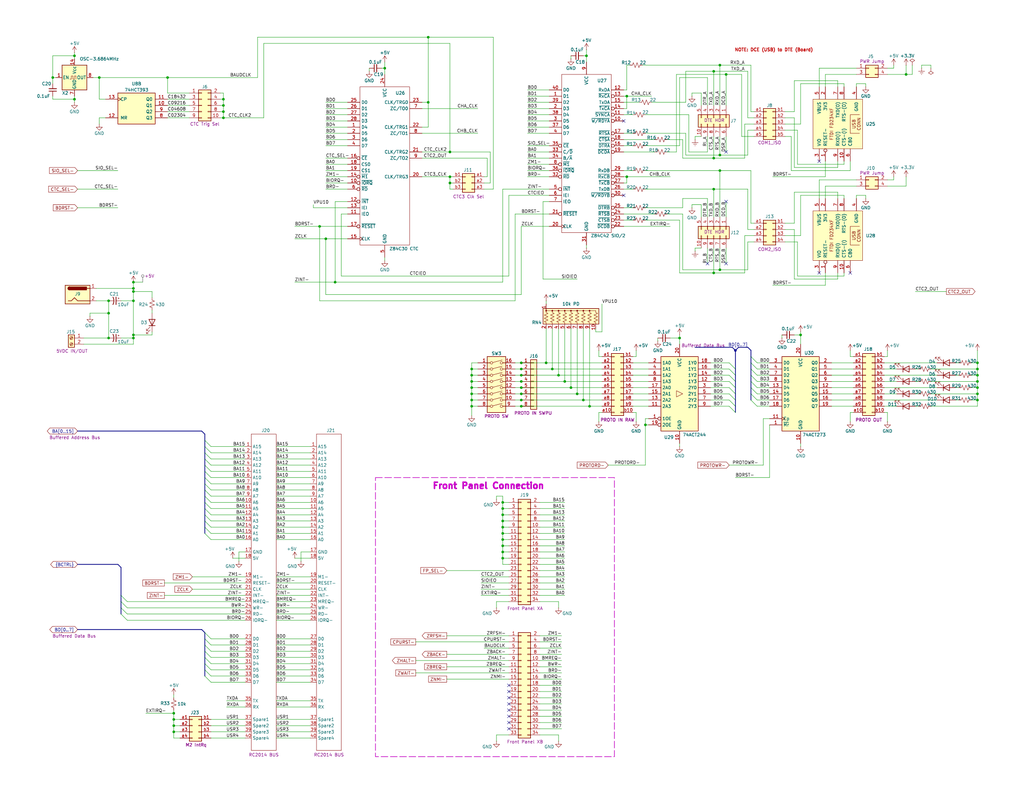
<source format=kicad_sch>
(kicad_sch (version 20250114) (generator "eeschema") (generator_version "9.0")
  (paper "User" 419.1 323.85)
  (title_block (title "CTC, SIO, Front Pnl Conn, RC2014 Bus") (date "2025-09-22") (rev "v1.0") (company "SilkyDESIGN") (comment 1 "Copyright 2025 AESilky") (comment 3 "MicroSystem Z80 w/Front Panel & RC2014 Bus"))
  (lib_symbols
    (symbol "74xx:74AHC273"
      (property "Reference" "U" (at -7.62 16.51 0))
      (property "Value" "74AHC273" (at -7.62 -16.51 0))
      (symbol "74AHC273_1_0"
        (pin input line (at -12.7 12.7 0) (length 5.08) (name "D0") (number "3"))
        (pin input line (at -12.7 10.16 0) (length 5.08) (name "D1") (number "4"))
        (pin input line (at -12.7 7.62 0) (length 5.08) (name "D2") (number "7"))
        (pin input line (at -12.7 5.08 0) (length 5.08) (name "D3") (number "8"))
        (pin input line (at -12.7 2.54 0) (length 5.08) (name "D4") (number "13"))
        (pin input line (at -12.7 0 0) (length 5.08) (name "D5") (number "14"))
        (pin input line (at -12.7 -2.54 0) (length 5.08) (name "D6") (number "17"))
        (pin input line (at -12.7 -5.08 0) (length 5.08) (name "D7") (number "18"))
        (pin input clock (at -12.7 -10.16 0) (length 5.08) (name "Cp") (number "11"))
        (pin input line (at -12.7 -12.7 0) (length 5.08) (name "~{Mr}") (number "1"))
        (pin power_in line (at 0 20.32 270) (length 5.08) (name "VCC") (number "20"))
        (pin power_in line (at 0 -20.32 90) (length 5.08) (name "GND") (number "10"))
        (pin output line (at 12.7 12.7 180) (length 5.08) (name "Q0") (number "2"))
        (pin output line (at 12.7 10.16 180) (length 5.08) (name "Q1") (number "5"))
        (pin output line (at 12.7 7.62 180) (length 5.08) (name "Q2") (number "6"))
        (pin output line (at 12.7 5.08 180) (length 5.08) (name "Q3") (number "9"))
        (pin output line (at 12.7 2.54 180) (length 5.08) (name "Q4") (number "12"))
        (pin output line (at 12.7 0 180) (length 5.08) (name "Q5") (number "15"))
        (pin output line (at 12.7 -2.54 180) (length 5.08) (name "Q6") (number "16"))
        (pin output line (at 12.7 -5.08 180) (length 5.08) (name "Q7") (number "19"))
      )
    )
    (symbol "74xx:74AHCT244"
      (property "Reference" "U" (at -7.62 16.51 0))
      (property "Value" "74AHCT244" (at -7.62 -16.51 0))
      (symbol "74AHCT244_1_0"
        (pin input line (at -12.7 12.7 0) (length 5.08) (name "1A0") (number "2"))
        (pin input line (at -12.7 10.16 0) (length 5.08) (name "1A1") (number "4"))
        (pin input line (at -12.7 7.62 0) (length 5.08) (name "1A2") (number "6"))
        (pin input line (at -12.7 5.08 0) (length 5.08) (name "1A3") (number "8"))
        (pin input line (at -12.7 2.54 0) (length 5.08) (name "2A0") (number "17"))
        (pin input line (at -12.7 0 0) (length 5.08) (name "2A1") (number "15"))
        (pin input line (at -12.7 -2.54 0) (length 5.08) (name "2A2") (number "13"))
        (pin input line (at -12.7 -5.08 0) (length 5.08) (name "2A3") (number "11"))
        (pin input inverted (at -12.7 -10.16 0) (length 5.08) (name "1OE") (number "1"))
        (pin input inverted (at -12.7 -12.7 0) (length 5.08) (name "2OE") (number "19"))
        (pin power_in line (at 0 20.32 270) (length 5.08) (name "VCC") (number "20"))
        (pin power_in line (at 0 -20.32 90) (length 5.08) (name "GND") (number "10"))
        (pin tri_state line (at 12.7 12.7 180) (length 5.08) (name "1Y0") (number "18"))
        (pin tri_state line (at 12.7 10.16 180) (length 5.08) (name "1Y1") (number "16"))
        (pin tri_state line (at 12.7 7.62 180) (length 5.08) (name "1Y2") (number "14"))
        (pin tri_state line (at 12.7 5.08 180) (length 5.08) (name "1Y3") (number "12"))
        (pin tri_state line (at 12.7 2.54 180) (length 5.08) (name "2Y0") (number "3"))
        (pin tri_state line (at 12.7 0 180) (length 5.08) (name "2Y1") (number "5"))
        (pin tri_state line (at 12.7 -2.54 180) (length 5.08) (name "2Y2") (number "7"))
        (pin tri_state line (at 12.7 -5.08 180) (length 5.08) (name "2Y3") (number "9"))
      )
    )
    (symbol "74xx:74LS393" (pin_names (offset 1.016))
      (property "Reference" "U" (at -7.62 8.89 0))
      (property "Value" "74LS393" (at -7.62 -8.89 0))
      (symbol "74LS393_1_0"
        (pin input clock (at -12.7 2.54 0) (length 5.08) (name "CP") (number "1"))
        (pin input line (at -12.7 -5.08 0) (length 5.08) (name "MR") (number "2"))
        (pin output line (at 12.7 2.54 180) (length 5.08) (name "Q0") (number "3"))
        (pin output line (at 12.7 0 180) (length 5.08) (name "Q1") (number "4"))
        (pin output line (at 12.7 -2.54 180) (length 5.08) (name "Q2") (number "5"))
        (pin output line (at 12.7 -5.08 180) (length 5.08) (name "Q3") (number "6"))
      )
      (symbol "74LS393_2_0"
        (pin input clock (at -12.7 2.54 0) (length 5.08) (name "CP") (number "13"))
        (pin input line (at -12.7 -5.08 0) (length 5.08) (name "MR") (number "12"))
        (pin output line (at 12.7 2.54 180) (length 5.08) (name "Q0") (number "11"))
        (pin output line (at 12.7 0 180) (length 5.08) (name "Q1") (number "10"))
        (pin output line (at 12.7 -2.54 180) (length 5.08) (name "Q2") (number "9"))
        (pin output line (at 12.7 -5.08 180) (length 5.08) (name "Q3") (number "8"))
      )
      (symbol "74LS393_3_0"
        (pin power_in line (at 0 12.7 270) (length 5.08) (name "VCC") (number "14"))
        (pin power_in line (at 0 -12.7 90) (length 5.08) (name "GND") (number "7"))
      )
    )
    (symbol "AES_Library:AES-FTDI_FT234XF_USB_UART_Module" (pin_names (offset 1.016))
      (property "Reference" "U" (at 0 27.94 0))
      (symbol "AES-FTDI_FT234XF_USB_UART_Module_1_0"
        (text "FTDI FD234XF" (at 0 19.05 0) (effects (font (size 1.27 1.27))))
      )
      (symbol "AES-FTDI_FT234XF_USB_UART_Module_1_1"
        (text "USB\nCONN" (at 0 8.89 0) (effects (font (size 1.27 1.27))))
        (pin power_in line (at -15.24 24.13 0) (length 5.08) (name "VIO") (number "3"))
        (pin input inverted (at -15.24 21.59 0) (length 5.08) (name "RESET-") (number "1"))
        (pin input line (at -15.24 16.51 0) (length 5.08) (name "RXD(I)") (number "9"))
        (pin input line (at -15.24 13.97 0) (length 5.08) (name "CTS-(I)") (number "10"))
        (pin bidirectional line (at -15.24 11.43 0) (length 5.08) (name "CB0") (number "6"))
        (pin power_out line (at 15.24 24.13 180) (length 5.08) (name "VBUS") (number "5"))
        (pin power_out line (at 15.24 21.59 180) (length 5.08) (name "3V3") (number "2"))
        (pin output line (at 15.24 16.51 180) (length 5.08) (name "TXD(O)") (number "7"))
        (pin output line (at 15.24 13.97 180) (length 5.08) (name "RTS-(O)") (number "8"))
        (pin power_in line (at 15.24 8.89 180) (length 5.08) (name "GND") (number "4"))
      )
    )
    (symbol "AES_Library:BARREL_JACK-AES" (pin_names (hide yes))
      (property "Reference" "J" (at -0.508 0 0))
      (symbol "BARREL_JACK-AES_1_1"
        (pin power_out line (at 7.62 2.54 180) (length 2.54) (name "~") (number "1"))
        (pin power_out line (at 7.62 -2.54 180) (length 2.54) (name "~") (number "2"))
      )
    )
    (symbol "AES_Library:DTE_HDR-AES" (pin_names (offset 1.016) (hide yes))
      (property "Reference" "J" (at 1.27 7.62 0))
      (property "Value" "DTE_HDR-AES" (at 1.27 -7.62 0))
      (symbol "DTE_HDR-AES_1_1"
        (pin output line (at -5.08 5.08 0) (length 3.81) (name "DCD") (number "1"))
        (pin output line (at -5.08 2.54 0) (length 3.81) (name "RXD") (number "2"))
        (pin input line (at -5.08 0 0) (length 3.81) (name "TXD") (number "3"))
        (pin input line (at -5.08 -2.54 0) (length 3.81) (name "DTR") (number "4"))
        (pin power_in line (at -5.08 -5.08 0) (length 3.81) (name "GND") (number "5"))
        (pin output line (at 7.62 5.08 180) (length 3.81) (name "DSR") (number "6"))
        (pin input line (at 7.62 2.54 180) (length 3.81) (name "RTS") (number "7"))
        (pin output line (at 7.62 0 180) (length 3.81) (name "CTS") (number "8"))
        (pin output line (at 7.62 -2.54 180) (length 3.81) (name "RI") (number "9"))
        (pin power_in line (at 7.62 -5.08 180) (length 3.81) (name "CHGND") (number "10"))
      )
    )
    (symbol "AES_Library:RC2014_BUS-AES"
      (property "Reference" "J" (at -1.524 7.874 0))
      (symbol "RC2014_BUS-AES_1_1"
        (pin tri_state line (at -7.62 55.88 0) (length 2.54) (name "A15") (number "1"))
        (pin tri_state line (at -7.62 53.34 0) (length 2.54) (name "A14") (number "2"))
        (pin tri_state line (at -7.62 50.8 0) (length 2.54) (name "A13") (number "3"))
        (pin tri_state line (at -7.62 48.26 0) (length 2.54) (name "A12") (number "4"))
        (pin tri_state line (at -7.62 45.72 0) (length 2.54) (name "A11") (number "5"))
        (pin tri_state line (at -7.62 43.18 0) (length 2.54) (name "A10") (number "6"))
        (pin tri_state line (at -7.62 40.64 0) (length 2.54) (name "A9") (number "7"))
        (pin tri_state line (at -7.62 38.1 0) (length 2.54) (name "A8") (number "8"))
        (pin tri_state line (at -7.62 35.56 0) (length 2.54) (name "A7") (number "9"))
        (pin tri_state line (at -7.62 33.02 0) (length 2.54) (name "A6") (number "10"))
        (pin tri_state line (at -7.62 30.48 0) (length 2.54) (name "A5") (number "11"))
        (pin tri_state line (at -7.62 27.94 0) (length 2.54) (name "A4") (number "12"))
        (pin tri_state line (at -7.62 25.4 0) (length 2.54) (name "A3") (number "13"))
        (pin tri_state line (at -7.62 22.86 0) (length 2.54) (name "A2") (number "14"))
        (pin tri_state line (at -7.62 20.32 0) (length 2.54) (name "A1") (number "15"))
        (pin tri_state line (at -7.62 17.78 0) (length 2.54) (name "A0") (number "16"))
        (pin power_in line (at -7.62 12.7 0) (length 2.54) (name "GND") (number "17"))
        (pin power_in line (at -7.62 10.16 0) (length 2.54) (name "5V") (number "18"))
        (pin bidirectional line (at -7.62 2.54 0) (length 2.54) (name "M1-") (number "19"))
        (pin bidirectional line (at -7.62 0 0) (length 2.54) (name "RESET-") (number "20"))
        (pin bidirectional line (at -7.62 -2.54 0) (length 2.54) (name "CLK") (number "21"))
        (pin bidirectional line (at -7.62 -5.08 0) (length 2.54) (name "INT-") (number "22"))
        (pin tri_state line (at -7.62 -7.62 0) (length 2.54) (name "MREQ-") (number "23"))
        (pin tri_state line (at -7.62 -10.16 0) (length 2.54) (name "WR-") (number "24"))
        (pin tri_state line (at -7.62 -12.7 0) (length 2.54) (name "RD-") (number "25"))
        (pin tri_state line (at -7.62 -15.24 0) (length 2.54) (name "IORQ-") (number "26"))
        (pin tri_state line (at -7.62 -22.86 0) (length 2.54) (name "D0") (number "27"))
        (pin tri_state line (at -7.62 -25.4 0) (length 2.54) (name "D1") (number "28"))
        (pin tri_state line (at -7.62 -27.94 0) (length 2.54) (name "D2") (number "29"))
        (pin tri_state line (at -7.62 -30.48 0) (length 2.54) (name "D3") (number "30"))
        (pin tri_state line (at -7.62 -33.02 0) (length 2.54) (name "D4") (number "31"))
        (pin tri_state line (at -7.62 -35.56 0) (length 2.54) (name "D5") (number "32"))
        (pin tri_state line (at -7.62 -38.1 0) (length 2.54) (name "D6") (number "33"))
        (pin tri_state line (at -7.62 -40.64 0) (length 2.54) (name "D7") (number "34"))
        (pin bidirectional line (at -7.62 -48.26 0) (length 2.54) (name "TX") (number "35"))
        (pin bidirectional line (at -7.62 -50.8 0) (length 2.54) (name "RX") (number "36"))
        (pin free line (at -7.62 -55.88 0) (length 2.54) (name "Spare1") (number "37"))
        (pin free line (at -7.62 -58.42 0) (length 2.54) (name "Spare2") (number "38"))
        (pin free line (at -7.62 -60.96 0) (length 2.54) (name "Spare3") (number "39"))
        (pin free line (at -7.62 -63.5 0) (length 2.54) (name "Spare4") (number "40"))
      )
    )
    (symbol "AES_Library:Z84C30CTC-AES"
      (property "Reference" "U" (at 0 0 0))
      (symbol "Z84C30CTC-AES_1_1"
        (pin bidirectional line (at -15.24 22.86 0) (length 5.08) (name "D0") (number "25"))
        (pin bidirectional line (at -15.24 20.32 0) (length 5.08) (name "D1") (number "26"))
        (pin bidirectional line (at -15.24 17.78 0) (length 5.08) (name "D2") (number "27"))
        (pin bidirectional line (at -15.24 15.24 0) (length 5.08) (name "D3") (number "28"))
        (pin bidirectional line (at -15.24 12.7 0) (length 5.08) (name "D4") (number "1"))
        (pin bidirectional line (at -15.24 10.16 0) (length 5.08) (name "D5") (number "2"))
        (pin bidirectional line (at -15.24 7.62 0) (length 5.08) (name "D6") (number "3"))
        (pin bidirectional line (at -15.24 5.08 0) (length 5.08) (name "D7") (number "4"))
        (pin input inverted (at -15.24 0 0) (length 5.08) (name "~{CE}") (number "16"))
        (pin input line (at -15.24 -2.54 0) (length 5.08) (name "CS0") (number "18"))
        (pin input line (at -15.24 -5.08 0) (length 5.08) (name "CS1") (number "19"))
        (pin input inverted (at -15.24 -7.62 0) (length 5.08) (name "~{M1}") (number "14"))
        (pin input inverted (at -15.24 -10.16 0) (length 5.08) (name "~{IORQ}") (number "10"))
        (pin input inverted (at -15.24 -12.7 0) (length 5.08) (name "~{RD}") (number "6"))
        (pin open_collector inverted (at -15.24 -17.78 0) (length 5.08) (name "~{INT}") (number "12"))
        (pin input line (at -15.24 -20.32 0) (length 5.08) (name "IEI") (number "13"))
        (pin output line (at -15.24 -22.86 0) (length 5.08) (name "IEO") (number "11"))
        (pin input inverted (at -15.24 -27.94 0) (length 5.08) (name "~{RESET}") (number "17"))
        (pin input clock (at -15.24 -33.02 0) (length 5.08) (name "CLK") (number "15"))
        (pin power_in line (at 0 34.29 270) (length 5.08) (name "VCC") (number "24"))
        (pin power_in line (at 0 -40.64 90) (length 5.08) (name "GND") (number "5"))
        (pin input line (at 15.24 22.86 180) (length 5.08) (name "CLK/TRG0") (number "23"))
        (pin output line (at 15.24 20.32 180) (length 5.08) (name "ZC/TO0") (number "7"))
        (pin input line (at 15.24 12.7 180) (length 5.08) (name "CLK/TRG1") (number "22"))
        (pin output line (at 15.24 10.16 180) (length 5.08) (name "ZC/TO1") (number "8"))
        (pin input line (at 15.24 2.54 180) (length 5.08) (name "CLK/TRG2") (number "21"))
        (pin output line (at 15.24 0 180) (length 5.08) (name "ZC/TO2") (number "9"))
        (pin input line (at 15.24 -7.62 180) (length 5.08) (name "CLK/TRG3") (number "20"))
      )
    )
    (symbol "AES_Library:Z84C42SIO2-AES"
      (property "Reference" "U" (at 0 0 0))
      (symbol "Z84C42SIO2-AES_1_1"
        (pin bidirectional line (at -15.24 27.94 0) (length 5.08) (name "D0") (number "40"))
        (pin bidirectional line (at -15.24 25.4 0) (length 5.08) (name "D1") (number "1"))
        (pin bidirectional line (at -15.24 22.86 0) (length 5.08) (name "D2") (number "39"))
        (pin bidirectional line (at -15.24 20.32 0) (length 5.08) (name "D3") (number "2"))
        (pin bidirectional line (at -15.24 17.78 0) (length 5.08) (name "D4") (number "38"))
        (pin bidirectional line (at -15.24 15.24 0) (length 5.08) (name "D5") (number "3"))
        (pin bidirectional line (at -15.24 12.7 0) (length 5.08) (name "D6") (number "37"))
        (pin bidirectional line (at -15.24 10.16 0) (length 5.08) (name "D7") (number "4"))
        (pin input inverted (at -15.24 5.08 0) (length 5.08) (name "~{CE}") (number "35"))
        (pin input line (at -15.24 2.54 0) (length 5.08) (name "C/~{D}") (number "33"))
        (pin input line (at -15.24 0 0) (length 5.08) (name "B/~{A}") (number "34"))
        (pin input inverted (at -15.24 -2.54 0) (length 5.08) (name "~{M1}") (number "8"))
        (pin input inverted (at -15.24 -5.08 0) (length 5.08) (name "~{IORQ}") (number "36"))
        (pin input inverted (at -15.24 -7.62 0) (length 5.08) (name "~{RD}") (number "32"))
        (pin open_collector inverted (at -15.24 -12.7 0) (length 5.08) (name "~{INT}") (number "5"))
        (pin input line (at -15.24 -15.24 0) (length 5.08) (name "IEI") (number "6"))
        (pin output line (at -15.24 -17.78 0) (length 5.08) (name "IEO") (number "7"))
        (pin input inverted (at -15.24 -22.86 0) (length 5.08) (name "~{RESET}") (number "21"))
        (pin input clock (at -15.24 -27.94 0) (length 5.08) (name "CLK") (number "20"))
        (pin power_in line (at 0 39.37 270) (length 5.08) (name "VCC") (number "9"))
        (pin power_in line (at 0 -35.56 90) (length 5.08) (name "GND") (number "31"))
        (pin input line (at 15.24 27.94 180) (length 5.08) (name "RxDA") (number "12"))
        (pin input inverted (at 15.24 25.4 180) (length 5.08) (name "~{RxCA}") (number "13"))
        (pin output line (at 15.24 22.86 180) (length 5.08) (name "TxDA") (number "15"))
        (pin input inverted (at 15.24 20.32 180) (length 5.08) (name "~{TxCA}") (number "14"))
        (pin output inverted (at 15.24 17.78 180) (length 5.08) (name "~{SYNCA}") (number "11"))
        (pin output inverted (at 15.24 15.24 180) (length 5.08) (name "~{W/RDYA}") (number "10"))
        (pin output inverted (at 15.24 10.16 180) (length 5.08) (name "~{RTSA}") (number "17"))
        (pin input inverted (at 15.24 7.62 180) (length 5.08) (name "~{CTSA}") (number "18"))
        (pin output inverted (at 15.24 5.08 180) (length 5.08) (name "~{DTRA}") (number "16"))
        (pin input inverted (at 15.24 2.54 180) (length 5.08) (name "~{DCDA}") (number "19"))
        (pin input line (at 15.24 -5.08 180) (length 5.08) (name "RxDB") (number "29"))
        (pin input inverted (at 15.24 -7.62 180) (length 5.08) (name "~{RxCB}") (number "28"))
        (pin input inverted (at 15.24 -10.16 180) (length 5.08) (name "~{TxCB}") (number "27"))
        (pin output line (at 15.24 -12.7 180) (length 5.08) (name "TxDB") (number "26"))
        (pin output inverted (at 15.24 -15.24 180) (length 5.08) (name "~{W/RDYB}") (number "30"))
        (pin output inverted (at 15.24 -20.32 180) (length 5.08) (name "~{DTRB}") (number "25"))
        (pin output inverted (at 15.24 -22.86 180) (length 5.08) (name "~{RTSB}") (number "24"))
        (pin input inverted (at 15.24 -25.4 180) (length 5.08) (name "~{CTSB}") (number "23"))
        (pin input inverted (at 15.24 -27.94 180) (length 5.08) (name "~{DCDB}") (number "22"))
      )
    )
    (symbol "Connector:Screw_Terminal_01x02" (pin_names (offset 1.016) (hide yes))
      (property "Reference" "J" (at 0 2.54 0))
      (property "Value" "Screw_Terminal_01x02" (at 0 -5.08 0))
      (symbol "Screw_Terminal_01x02_1_1"
        (pin passive line (at -5.08 0 0) (length 3.81) (name "Pin_1") (number "1"))
        (pin passive line (at -5.08 -2.54 0) (length 3.81) (name "Pin_2") (number "2"))
      )
    )
    (symbol "Connector_Generic:Conn_01x08" (pin_names (offset 1.016) (hide yes))
      (property "Reference" "J" (at 0 10.16 0))
      (property "Value" "Conn_01x08" (at 0 -12.7 0))
      (symbol "Conn_01x08_1_1"
        (pin passive line (at -5.08 7.62 0) (length 3.81) (name "Pin_1") (number "1"))
        (pin passive line (at -5.08 5.08 0) (length 3.81) (name "Pin_2") (number "2"))
        (pin passive line (at -5.08 2.54 0) (length 3.81) (name "Pin_3") (number "3"))
        (pin passive line (at -5.08 0 0) (length 3.81) (name "Pin_4") (number "4"))
        (pin passive line (at -5.08 -2.54 0) (length 3.81) (name "Pin_5") (number "5"))
        (pin passive line (at -5.08 -5.08 0) (length 3.81) (name "Pin_6") (number "6"))
        (pin passive line (at -5.08 -7.62 0) (length 3.81) (name "Pin_7") (number "7"))
        (pin passive line (at -5.08 -10.16 0) (length 3.81) (name "Pin_8") (number "8"))
      )
    )
    (symbol "Connector_Generic:Conn_02x02_Odd_Even" (pin_names (offset 1.016) (hide yes))
      (property "Reference" "J" (at 1.27 2.54 0))
      (property "Value" "Conn_02x02_Odd_Even" (at 1.27 -5.08 0))
      (symbol "Conn_02x02_Odd_Even_1_1"
        (pin passive line (at -5.08 0 0) (length 3.81) (name "Pin_1") (number "1"))
        (pin passive line (at -5.08 -2.54 0) (length 3.81) (name "Pin_3") (number "3"))
        (pin passive line (at 7.62 0 180) (length 3.81) (name "Pin_2") (number "2"))
        (pin passive line (at 7.62 -2.54 180) (length 3.81) (name "Pin_4") (number "4"))
      )
    )
    (symbol "Connector_Generic:Conn_02x03_Row_Letter_First" (pin_names (offset 1.016) (hide yes))
      (property "Reference" "J" (at 1.27 5.08 0))
      (property "Value" "Conn_02x03_Row_Letter_First" (at 1.27 -5.08 0))
      (symbol "Conn_02x03_Row_Letter_First_1_1"
        (pin passive line (at -5.08 2.54 0) (length 3.81) (name "Pin_a1") (number "a1"))
        (pin passive line (at -5.08 0 0) (length 3.81) (name "Pin_a2") (number "a2"))
        (pin passive line (at -5.08 -2.54 0) (length 3.81) (name "Pin_a3") (number "a3"))
        (pin passive line (at 7.62 2.54 180) (length 3.81) (name "Pin_b1") (number "b1"))
        (pin passive line (at 7.62 0 180) (length 3.81) (name "Pin_b2") (number "b2"))
        (pin passive line (at 7.62 -2.54 180) (length 3.81) (name "Pin_b3") (number "b3"))
      )
    )
    (symbol "Connector_Generic:Conn_02x04_Row_Letter_First" (pin_names (offset 1.016) (hide yes))
      (property "Reference" "J" (at 1.27 5.08 0))
      (property "Value" "Conn_02x04_Row_Letter_First" (at 1.27 -7.62 0))
      (symbol "Conn_02x04_Row_Letter_First_1_1"
        (pin passive line (at -5.08 2.54 0) (length 3.81) (name "Pin_a1") (number "a1"))
        (pin passive line (at -5.08 0 0) (length 3.81) (name "Pin_a2") (number "a2"))
        (pin passive line (at -5.08 -2.54 0) (length 3.81) (name "Pin_a3") (number "a3"))
        (pin passive line (at -5.08 -5.08 0) (length 3.81) (name "Pin_a4") (number "a4"))
        (pin passive line (at 7.62 2.54 180) (length 3.81) (name "Pin_b1") (number "b1"))
        (pin passive line (at 7.62 0 180) (length 3.81) (name "Pin_b2") (number "b2"))
        (pin passive line (at 7.62 -2.54 180) (length 3.81) (name "Pin_b3") (number "b3"))
        (pin passive line (at 7.62 -5.08 180) (length 3.81) (name "Pin_b4") (number "b4"))
      )
    )
    (symbol "Connector_Generic:Conn_02x05_Odd_Even" (pin_names (offset 1.016) (hide yes))
      (property "Reference" "J" (at 1.27 7.62 0))
      (property "Value" "Conn_02x05_Odd_Even" (at 1.27 -7.62 0))
      (symbol "Conn_02x05_Odd_Even_1_1"
        (pin passive line (at -5.08 5.08 0) (length 3.81) (name "Pin_1") (number "1"))
        (pin passive line (at -5.08 2.54 0) (length 3.81) (name "Pin_3") (number "3"))
        (pin passive line (at -5.08 0 0) (length 3.81) (name "Pin_5") (number "5"))
        (pin passive line (at -5.08 -2.54 0) (length 3.81) (name "Pin_7") (number "7"))
        (pin passive line (at -5.08 -5.08 0) (length 3.81) (name "Pin_9") (number "9"))
        (pin passive line (at 7.62 5.08 180) (length 3.81) (name "Pin_2") (number "2"))
        (pin passive line (at 7.62 2.54 180) (length 3.81) (name "Pin_4") (number "4"))
        (pin passive line (at 7.62 0 180) (length 3.81) (name "Pin_6") (number "6"))
        (pin passive line (at 7.62 -2.54 180) (length 3.81) (name "Pin_8") (number "8"))
        (pin passive line (at 7.62 -5.08 180) (length 3.81) (name "Pin_10") (number "10"))
      )
    )
    (symbol "Connector_Generic:Conn_02x05_Row_Letter_First" (pin_names (offset 1.016) (hide yes))
      (property "Reference" "J" (at 1.27 7.62 0))
      (property "Value" "Conn_02x05_Row_Letter_First" (at 1.27 -7.62 0))
      (symbol "Conn_02x05_Row_Letter_First_1_1"
        (pin passive line (at -5.08 5.08 0) (length 3.81) (name "Pin_a1") (number "a1"))
        (pin passive line (at -5.08 2.54 0) (length 3.81) (name "Pin_a2") (number "a2"))
        (pin passive line (at -5.08 0 0) (length 3.81) (name "Pin_a3") (number "a3"))
        (pin passive line (at -5.08 -2.54 0) (length 3.81) (name "Pin_a4") (number "a4"))
        (pin passive line (at -5.08 -5.08 0) (length 3.81) (name "Pin_a5") (number "a5"))
        (pin passive line (at 7.62 5.08 180) (length 3.81) (name "Pin_b1") (number "b1"))
        (pin passive line (at 7.62 2.54 180) (length 3.81) (name "Pin_b2") (number "b2"))
        (pin passive line (at 7.62 0 180) (length 3.81) (name "Pin_b3") (number "b3"))
        (pin passive line (at 7.62 -2.54 180) (length 3.81) (name "Pin_b4") (number "b4"))
        (pin passive line (at 7.62 -5.08 180) (length 3.81) (name "Pin_b5") (number "b5"))
      )
    )
    (symbol "Connector_Generic:Conn_02x10_Row_Letter_First" (pin_names (offset 1.016) (hide yes))
      (property "Reference" "J" (at 1.27 12.7 0))
      (property "Value" "Conn_02x10_Row_Letter_First" (at 1.27 -15.24 0))
      (symbol "Conn_02x10_Row_Letter_First_1_1"
        (pin passive line (at -5.08 10.16 0) (length 3.81) (name "Pin_a1") (number "a1"))
        (pin passive line (at -5.08 7.62 0) (length 3.81) (name "Pin_a2") (number "a2"))
        (pin passive line (at -5.08 5.08 0) (length 3.81) (name "Pin_a3") (number "a3"))
        (pin passive line (at -5.08 2.54 0) (length 3.81) (name "Pin_a4") (number "a4"))
        (pin passive line (at -5.08 0 0) (length 3.81) (name "Pin_a5") (number "a5"))
        (pin passive line (at -5.08 -2.54 0) (length 3.81) (name "Pin_a6") (number "a6"))
        (pin passive line (at -5.08 -5.08 0) (length 3.81) (name "Pin_a7") (number "a7"))
        (pin passive line (at -5.08 -7.62 0) (length 3.81) (name "Pin_a8") (number "a8"))
        (pin passive line (at -5.08 -10.16 0) (length 3.81) (name "Pin_a9") (number "a9"))
        (pin passive line (at -5.08 -12.7 0) (length 3.81) (name "Pin_a10") (number "a10"))
        (pin passive line (at 7.62 10.16 180) (length 3.81) (name "Pin_b1") (number "b1"))
        (pin passive line (at 7.62 7.62 180) (length 3.81) (name "Pin_b2") (number "b2"))
        (pin passive line (at 7.62 5.08 180) (length 3.81) (name "Pin_b3") (number "b3"))
        (pin passive line (at 7.62 2.54 180) (length 3.81) (name "Pin_b4") (number "b4"))
        (pin passive line (at 7.62 0 180) (length 3.81) (name "Pin_b5") (number "b5"))
        (pin passive line (at 7.62 -2.54 180) (length 3.81) (name "Pin_b6") (number "b6"))
        (pin passive line (at 7.62 -5.08 180) (length 3.81) (name "Pin_b7") (number "b7"))
        (pin passive line (at 7.62 -7.62 180) (length 3.81) (name "Pin_b8") (number "b8"))
        (pin passive line (at 7.62 -10.16 180) (length 3.81) (name "Pin_b9") (number "b9"))
        (pin passive line (at 7.62 -12.7 180) (length 3.81) (name "Pin_b10") (number "b10"))
      )
    )
    (symbol "Connector_Generic:Conn_02x17_Odd_Even" (pin_names (offset 1.016) (hide yes))
      (property "Reference" "J" (at 1.27 22.86 0))
      (property "Value" "Conn_02x17_Odd_Even" (at 1.27 -22.86 0))
      (symbol "Conn_02x17_Odd_Even_1_1"
        (pin passive line (at -5.08 20.32 0) (length 3.81) (name "Pin_1") (number "1"))
        (pin passive line (at -5.08 17.78 0) (length 3.81) (name "Pin_3") (number "3"))
        (pin passive line (at -5.08 15.24 0) (length 3.81) (name "Pin_5") (number "5"))
        (pin passive line (at -5.08 12.7 0) (length 3.81) (name "Pin_7") (number "7"))
        (pin passive line (at -5.08 10.16 0) (length 3.81) (name "Pin_9") (number "9"))
        (pin passive line (at -5.08 7.62 0) (length 3.81) (name "Pin_11") (number "11"))
        (pin passive line (at -5.08 5.08 0) (length 3.81) (name "Pin_13") (number "13"))
        (pin passive line (at -5.08 2.54 0) (length 3.81) (name "Pin_15") (number "15"))
        (pin passive line (at -5.08 0 0) (length 3.81) (name "Pin_17") (number "17"))
        (pin passive line (at -5.08 -2.54 0) (length 3.81) (name "Pin_19") (number "19"))
        (pin passive line (at -5.08 -5.08 0) (length 3.81) (name "Pin_21") (number "21"))
        (pin passive line (at -5.08 -7.62 0) (length 3.81) (name "Pin_23") (number "23"))
        (pin passive line (at -5.08 -10.16 0) (length 3.81) (name "Pin_25") (number "25"))
        (pin passive line (at -5.08 -12.7 0) (length 3.81) (name "Pin_27") (number "27"))
        (pin passive line (at -5.08 -15.24 0) (length 3.81) (name "Pin_29") (number "29"))
        (pin passive line (at -5.08 -17.78 0) (length 3.81) (name "Pin_31") (number "31"))
        (pin passive line (at -5.08 -20.32 0) (length 3.81) (name "Pin_33") (number "33"))
        (pin passive line (at 7.62 20.32 180) (length 3.81) (name "Pin_2") (number "2"))
        (pin passive line (at 7.62 17.78 180) (length 3.81) (name "Pin_4") (number "4"))
        (pin passive line (at 7.62 15.24 180) (length 3.81) (name "Pin_6") (number "6"))
        (pin passive line (at 7.62 12.7 180) (length 3.81) (name "Pin_8") (number "8"))
        (pin passive line (at 7.62 10.16 180) (length 3.81) (name "Pin_10") (number "10"))
        (pin passive line (at 7.62 7.62 180) (length 3.81) (name "Pin_12") (number "12"))
        (pin passive line (at 7.62 5.08 180) (length 3.81) (name "Pin_14") (number "14"))
        (pin passive line (at 7.62 2.54 180) (length 3.81) (name "Pin_16") (number "16"))
        (pin passive line (at 7.62 0 180) (length 3.81) (name "Pin_18") (number "18"))
        (pin passive line (at 7.62 -2.54 180) (length 3.81) (name "Pin_20") (number "20"))
        (pin passive line (at 7.62 -5.08 180) (length 3.81) (name "Pin_22") (number "22"))
        (pin passive line (at 7.62 -7.62 180) (length 3.81) (name "Pin_24") (number "24"))
        (pin passive line (at 7.62 -10.16 180) (length 3.81) (name "Pin_26") (number "26"))
        (pin passive line (at 7.62 -12.7 180) (length 3.81) (name "Pin_28") (number "28"))
        (pin passive line (at 7.62 -15.24 180) (length 3.81) (name "Pin_30") (number "30"))
        (pin passive line (at 7.62 -17.78 180) (length 3.81) (name "Pin_32") (number "32"))
        (pin passive line (at 7.62 -20.32 180) (length 3.81) (name "Pin_34") (number "34"))
      )
    )
    (symbol "Device:C_Polarized_Small_US" (pin_numbers (hide yes)) (pin_names (offset 0.254) (hide yes))
      (property "Reference" "C" (at 0.254 1.778 0))
      (property "Value" "C_Polarized_Small_US" (at 0.254 -2.032 0))
      (symbol "C_Polarized_Small_US_1_1"
        (pin passive line (at 0 2.54 270) (length 2.032) (name "~") (number "1"))
        (pin passive line (at 0 -2.54 90) (length 2.032) (name "~") (number "2"))
      )
    )
    (symbol "Device:C_Small" (pin_numbers (hide yes)) (pin_names (offset 0.254) (hide yes))
      (property "Reference" "C" (at 0.254 1.778 0))
      (property "Value" "C_Small" (at 0.254 -2.032 0))
      (symbol "C_Small_1_1"
        (pin passive line (at 0 2.54 270) (length 2.032) (name "~") (number "1"))
        (pin passive line (at 0 -2.54 90) (length 2.032) (name "~") (number "2"))
      )
    )
    (symbol "Device:LED" (pin_numbers (hide yes)) (pin_names (offset 1.016) (hide yes))
      (property "Reference" "D" (at 0 2.54 0))
      (property "Value" "LED" (at 0 -2.54 0))
      (symbol "LED_1_1"
        (pin passive line (at -3.81 0 0) (length 2.54) (name "K") (number "1"))
        (pin passive line (at 3.81 0 180) (length 2.54) (name "A") (number "2"))
      )
    )
    (symbol "Device:R_Network09_US" (pin_names (offset 0) (hide yes))
      (property "Reference" "RN" (at -12.7 0 90))
      (property "Value" "R_Network09_US" (at 12.7 0 90))
      (symbol "R_Network09_US_1_1"
        (pin passive line (at -10.16 5.08 270) (length 2.54) (name "common") (number "1"))
        (pin passive line (at -10.16 -5.08 90) (length 1.27) (name "R1") (number "2"))
        (pin passive line (at -7.62 -5.08 90) (length 1.27) (name "R2") (number "3"))
        (pin passive line (at -5.08 -5.08 90) (length 1.27) (name "R3") (number "4"))
        (pin passive line (at -2.54 -5.08 90) (length 1.27) (name "R4") (number "5"))
        (pin passive line (at 0 -5.08 90) (length 1.27) (name "R5") (number "6"))
        (pin passive line (at 2.54 -5.08 90) (length 1.27) (name "R6") (number "7"))
        (pin passive line (at 5.08 -5.08 90) (length 1.27) (name "R7") (number "8"))
        (pin passive line (at 7.62 -5.08 90) (length 1.27) (name "R8") (number "9"))
        (pin passive line (at 10.16 -5.08 90) (length 1.27) (name "R9") (number "10"))
      )
    )
    (symbol "Device:R_Small_US" (pin_numbers (hide yes)) (pin_names (offset 0.254) (hide yes))
      (property "Reference" "R" (at 0.762 0.508 0))
      (property "Value" "R_Small_US" (at 0.762 -1.016 0))
      (symbol "R_Small_US_1_1"
        (pin passive line (at 0 2.54 270) (length 1.016) (name "~") (number "1"))
        (pin passive line (at 0 -2.54 90) (length 1.016) (name "~") (number "2"))
      )
    )
    (symbol "Oscillator:CXO_DIP14" (pin_names (offset 0.254))
      (property "Reference" "Y" (at -5.08 6.35 0))
      (property "Value" "CXO_DIP14" (at 1.27 -6.35 0))
      (symbol "CXO_DIP14_1_1"
        (pin input line (at -7.62 0 0) (length 2.54) (name "EN") (number "1"))
        (pin power_in line (at 0 7.62 270) (length 2.54) (name "Vcc") (number "14"))
        (pin power_in line (at 0 -7.62 90) (length 2.54) (name "GND") (number "7"))
        (pin output line (at 7.62 0 180) (length 2.54) (name "OUT") (number "8"))
      )
    )
    (symbol "RC2014_BUS-AES_1"
      (property "Reference" "J" (at -1.524 7.874 0))
      (symbol "RC2014_BUS-AES_1_1_1"
        (pin tri_state line (at -7.62 55.88 0) (length 2.54) (name "A15") (number "1"))
        (pin tri_state line (at -7.62 53.34 0) (length 2.54) (name "A14") (number "2"))
        (pin tri_state line (at -7.62 50.8 0) (length 2.54) (name "A13") (number "3"))
        (pin tri_state line (at -7.62 48.26 0) (length 2.54) (name "A12") (number "4"))
        (pin tri_state line (at -7.62 45.72 0) (length 2.54) (name "A11") (number "5"))
        (pin tri_state line (at -7.62 43.18 0) (length 2.54) (name "A10") (number "6"))
        (pin tri_state line (at -7.62 40.64 0) (length 2.54) (name "A9") (number "7"))
        (pin tri_state line (at -7.62 38.1 0) (length 2.54) (name "A8") (number "8"))
        (pin tri_state line (at -7.62 35.56 0) (length 2.54) (name "A7") (number "9"))
        (pin tri_state line (at -7.62 33.02 0) (length 2.54) (name "A6") (number "10"))
        (pin tri_state line (at -7.62 30.48 0) (length 2.54) (name "A5") (number "11"))
        (pin tri_state line (at -7.62 27.94 0) (length 2.54) (name "A4") (number "12"))
        (pin tri_state line (at -7.62 25.4 0) (length 2.54) (name "A3") (number "13"))
        (pin tri_state line (at -7.62 22.86 0) (length 2.54) (name "A2") (number "14"))
        (pin tri_state line (at -7.62 20.32 0) (length 2.54) (name "A1") (number "15"))
        (pin tri_state line (at -7.62 17.78 0) (length 2.54) (name "A0") (number "16"))
        (pin power_in line (at -7.62 12.7 0) (length 2.54) (name "GND") (number "17"))
        (pin power_in line (at -7.62 10.16 0) (length 2.54) (name "5V") (number "18"))
        (pin bidirectional line (at -7.62 2.54 0) (length 2.54) (name "M1-") (number "19"))
        (pin bidirectional line (at -7.62 0 0) (length 2.54) (name "RESET-") (number "20"))
        (pin bidirectional line (at -7.62 -2.54 0) (length 2.54) (name "CLK") (number "21"))
        (pin bidirectional line (at -7.62 -5.08 0) (length 2.54) (name "INT-") (number "22"))
        (pin tri_state line (at -7.62 -7.62 0) (length 2.54) (name "MREQ-") (number "23"))
        (pin tri_state line (at -7.62 -10.16 0) (length 2.54) (name "WR-") (number "24"))
        (pin tri_state line (at -7.62 -12.7 0) (length 2.54) (name "RD-") (number "25"))
        (pin tri_state line (at -7.62 -15.24 0) (length 2.54) (name "IORQ-") (number "26"))
        (pin tri_state line (at -7.62 -22.86 0) (length 2.54) (name "D0") (number "27"))
        (pin tri_state line (at -7.62 -25.4 0) (length 2.54) (name "D1") (number "28"))
        (pin tri_state line (at -7.62 -27.94 0) (length 2.54) (name "D2") (number "29"))
        (pin tri_state line (at -7.62 -30.48 0) (length 2.54) (name "D3") (number "30"))
        (pin tri_state line (at -7.62 -33.02 0) (length 2.54) (name "D4") (number "31"))
        (pin tri_state line (at -7.62 -35.56 0) (length 2.54) (name "D5") (number "32"))
        (pin tri_state line (at -7.62 -38.1 0) (length 2.54) (name "D6") (number "33"))
        (pin tri_state line (at -7.62 -40.64 0) (length 2.54) (name "D7") (number "34"))
        (pin bidirectional line (at -7.62 -48.26 0) (length 2.54) (name "TX") (number "35"))
        (pin bidirectional line (at -7.62 -50.8 0) (length 2.54) (name "RX") (number "36"))
        (pin free line (at -7.62 -55.88 0) (length 2.54) (name "Spare1") (number "37"))
        (pin free line (at -7.62 -58.42 0) (length 2.54) (name "Spare2") (number "38"))
        (pin free line (at -7.62 -60.96 0) (length 2.54) (name "Spare3") (number "39"))
        (pin free line (at -7.62 -63.5 0) (length 2.54) (name "Spare4") (number "40"))
      )
    )
    (symbol "Switch:SW_DIP_x08" (pin_names (offset 0) (hide yes))
      (property "Reference" "SW" (at 0 13.97 0))
      (property "Value" "SW_DIP_x08" (at 0 -11.43 0))
      (symbol "SW_DIP_x08_1_1"
        (pin passive line (at -7.62 10.16 0) (length 5.08) (name "~") (number "1"))
        (pin passive line (at -7.62 7.62 0) (length 5.08) (name "~") (number "2"))
        (pin passive line (at -7.62 5.08 0) (length 5.08) (name "~") (number "3"))
        (pin passive line (at -7.62 2.54 0) (length 5.08) (name "~") (number "4"))
        (pin passive line (at -7.62 0 0) (length 5.08) (name "~") (number "5"))
        (pin passive line (at -7.62 -2.54 0) (length 5.08) (name "~") (number "6"))
        (pin passive line (at -7.62 -5.08 0) (length 5.08) (name "~") (number "7"))
        (pin passive line (at -7.62 -7.62 0) (length 5.08) (name "~") (number "8"))
        (pin passive line (at 7.62 10.16 180) (length 5.08) (name "~") (number "16"))
        (pin passive line (at 7.62 7.62 180) (length 5.08) (name "~") (number "15"))
        (pin passive line (at 7.62 5.08 180) (length 5.08) (name "~") (number "14"))
        (pin passive line (at 7.62 2.54 180) (length 5.08) (name "~") (number "13"))
        (pin passive line (at 7.62 0 180) (length 5.08) (name "~") (number "12"))
        (pin passive line (at 7.62 -2.54 180) (length 5.08) (name "~") (number "11"))
        (pin passive line (at 7.62 -5.08 180) (length 5.08) (name "~") (number "10"))
        (pin passive line (at 7.62 -7.62 180) (length 5.08) (name "~") (number "9"))
      )
    )
    (symbol "power:+3.3V" (power) (pin_numbers (hide yes)) (pin_names (offset 0) (hide yes))
      (property "Value" "+3.3V" (at 0 3.556 0))
      (symbol "+3.3V_1_1"
        (pin power_in line (at 0 0 90) (length 0) (name "~") (number "1"))
      )
    )
    (symbol "power:+5V" (power) (pin_numbers (hide yes)) (pin_names (offset 0) (hide yes))
      (property "Value" "+5V" (at 0 3.556 0))
      (symbol "+5V_1_1"
        (pin power_in line (at 0 0 90) (length 0) (name "~") (number "1"))
      )
    )
    (symbol "power:Earth" (power) (pin_numbers (hide yes)) (pin_names (offset 0) (hide yes))
      (property "Value" "Earth" (at 0 -3.81 0))
      (symbol "Earth_1_1"
        (pin power_in line (at 0 0 270) (length 0) (name "~") (number "1"))
      )
    )
    (symbol "power:GND" (power) (pin_numbers (hide yes)) (pin_names (offset 0) (hide yes))
      (property "Value" "GND" (at 0 -3.81 0))
      (symbol "GND_1_1"
        (pin power_in line (at 0 0 270) (length 0) (name "~") (number "1"))
      )
    )
    (symbol "power:PWR_FLAG" (power) (pin_numbers (hide yes)) (pin_names (offset 0) (hide yes))
      (property "Value" "PWR_FLAG" (at 0 3.81 0))
      (symbol "PWR_FLAG_0_0"
        (pin power_out line (at 0 0 90) (length 0) (name "~") (number "1"))
      )
    )
  )
  (rectangle (start 153.67 195.58) (end 251.46 309.88) (stroke (width 0.254) (type dash) (color 194 0 194 1)))
  (text "NOTE: DCE (USB) to DTE (Board)" (at 316.738 20.574 0) (effects (font (size 1.27 1.27) (thickness 0.254) (bold yes))))
  (text "Front Panel Connection" (at 199.898 199.136 0) (effects (font (size 2.54 2.54) (thickness 0.762) (bold yes))))
  (junction (at 400.05 148.59))
  (junction (at 193.04 163.83))
  (junction (at 205.74 213.36))
  (junction (at 91.44 48.26))
  (junction (at 71.12 299.72))
  (junction (at 193.04 153.67))
  (junction (at 193.04 151.13))
  (junction (at 213.36 153.67))
  (junction (at 213.36 156.21))
  (junction (at 193.04 158.75))
  (junction (at 400.05 158.75))
  (junction (at 241.3 166.37))
  (junction (at 54.61 119.38))
  (junction (at 184.15 74.93))
  (junction (at 213.36 148.59))
  (junction (at 193.04 161.29))
  (junction (at 238.76 163.83))
  (junction (at 294.64 26.67))
  (junction (at 294.64 63.5))
  (junction (at 54.61 123.19))
  (junction (at 175.26 15.24))
  (junction (at 184.15 62.23))
  (junction (at 256.54 39.37))
  (junction (at 292.1 29.21))
  (junction (at 205.74 228.6))
  (junction (at 54.61 115.57))
  (junction (at 292.1 77.47))
  (junction (at 44.45 123.19))
  (junction (at 205.74 215.9))
  (junction (at 137.16 115.57))
  (junction (at 400.05 156.21))
  (junction (at 292.1 111.76))
  (junction (at 228.6 153.67))
  (junction (at 223.52 148.59))
  (junction (at 294.64 110.49))
  (junction (at 91.44 43.18))
  (junction (at 71.12 297.18))
  (junction (at 400.05 163.83))
  (junction (at 130.81 92.71))
  (junction (at 233.68 158.75))
  (junction (at 30.48 22.86))
  (junction (at 256.54 72.39))
  (junction (at 231.14 156.21))
  (junction (at 54.61 137.16))
  (junction (at 54.61 138.43))
  (junction (at 213.36 158.75))
  (junction (at 68.58 31.75))
  (junction (at 193.04 166.37))
  (junction (at 71.12 292.1))
  (junction (at 327.66 137.16))
  (junction (at 44.45 128.27))
  (junction (at 294.64 69.85))
  (junction (at 44.45 138.43))
  (junction (at 300.99 143.51))
  (junction (at 193.04 156.21))
  (junction (at 400.05 161.29))
  (junction (at 205.74 220.98))
  (junction (at 205.74 226.06))
  (junction (at 157.48 27.94))
  (junction (at 213.36 161.29))
  (junction (at 205.74 205.74))
  (junction (at 91.44 40.64))
  (junction (at 213.36 166.37))
  (junction (at 91.44 45.72))
  (junction (at 240.03 22.86))
  (junction (at 205.74 210.82))
  (junction (at 297.18 30.48))
  (junction (at 226.06 151.13))
  (junction (at 205.74 223.52))
  (junction (at 205.74 218.44))
  (junction (at 205.74 208.28))
  (junction (at 30.48 40.64))
  (junction (at 236.22 161.29))
  (junction (at 71.12 294.64))
  (junction (at 213.36 163.83))
  (junction (at 278.13 138.43))
  (junction (at 54.61 118.11))
  (junction (at 264.16 173.99))
  (junction (at 175.26 41.91))
  (junction (at 21.59 31.75))
  (junction (at 400.05 151.13))
  (junction (at 213.36 151.13))
  (junction (at 370.84 30.48))
  (junction (at 292.1 64.77))
  (junction (at 400.05 153.67))
  (junction (at 40.64 31.75))
  (junction (at 133.35 97.79))
  (junction (at 184.15 72.39))
  (no_connect (at 208.28 290.83))
  (no_connect (at 255.27 49.53))
  (no_connect (at 208.28 295.91))
  (no_connect (at 208.28 285.75))
  (no_connect (at 335.28 66.04))
  (no_connect (at 297.18 62.23))
  (no_connect (at 297.18 82.55))
  (no_connect (at 347.98 111.76))
  (no_connect (at 208.28 283.21))
  (no_connect (at 335.28 111.76))
  (no_connect (at 255.27 80.01))
  (no_connect (at 297.18 107.95))
  (no_connect (at 208.28 280.67))
  (no_connect (at 289.56 107.95))
  (no_connect (at 208.28 298.45))
  (no_connect (at 208.28 288.29))
  (no_connect (at 208.28 293.37))
  (bus_entry (at 83.82 208.28) (size 2.54 2.54))
  (bus_entry (at 83.82 261.62) (size 2.54 2.54))
  (bus_entry (at 49.53 248.92) (size 2.54 2.54))
  (bus_entry (at 307.34 163.83) (size 2.54 2.54))
  (bus_entry (at 83.82 193.04) (size 2.54 2.54))
  (bus_entry (at 83.82 205.74) (size 2.54 2.54))
  (bus_entry (at 83.82 187.96) (size 2.54 2.54))
  (bus_entry (at 298.45 151.13) (size 2.54 2.54))
  (bus_entry (at 307.34 151.13) (size 2.54 2.54))
  (bus_entry (at 83.82 274.32) (size 2.54 2.54))
  (bus_entry (at 83.82 276.86) (size 2.54 2.54))
  (bus_entry (at 49.53 246.38) (size 2.54 2.54))
  (bus_entry (at 83.82 195.58) (size 2.54 2.54))
  (bus_entry (at 83.82 190.5) (size 2.54 2.54))
  (bus_entry (at 83.82 198.12) (size 2.54 2.54))
  (bus_entry (at 83.82 259.08) (size 2.54 2.54))
  (bus_entry (at 83.82 271.78) (size 2.54 2.54))
  (bus_entry (at 83.82 215.9) (size 2.54 2.54))
  (bus_entry (at 307.34 158.75) (size 2.54 2.54))
  (bus_entry (at 83.82 264.16) (size 2.54 2.54))
  (bus_entry (at 83.82 200.66) (size 2.54 2.54))
  (bus_entry (at 83.82 182.88) (size 2.54 2.54))
  (bus_entry (at 307.34 146.05) (size 2.54 2.54))
  (bus_entry (at 83.82 213.36) (size 2.54 2.54))
  (bus_entry (at 83.82 185.42) (size 2.54 2.54))
  (bus_entry (at 83.82 210.82) (size 2.54 2.54))
  (bus_entry (at 83.82 180.34) (size 2.54 2.54))
  (bus_entry (at 307.34 148.59) (size 2.54 2.54))
  (bus_entry (at 83.82 266.7) (size 2.54 2.54))
  (bus_entry (at 298.45 148.59) (size 2.54 2.54))
  (bus_entry (at 83.82 269.24) (size 2.54 2.54))
  (bus_entry (at 298.45 161.29) (size 2.54 2.54))
  (bus_entry (at 298.45 163.83) (size 2.54 2.54))
  (bus_entry (at 83.82 203.2) (size 2.54 2.54))
  (bus_entry (at 298.45 158.75) (size 2.54 2.54))
  (bus_entry (at 49.53 251.46) (size 2.54 2.54))
  (bus_entry (at 83.82 218.44) (size 2.54 2.54))
  (bus_entry (at 49.53 243.84) (size 2.54 2.54))
  (bus_entry (at 298.45 166.37) (size 2.54 2.54))
  (bus_entry (at 307.34 161.29) (size 2.54 2.54))
  (bus_entry (at 298.45 153.67) (size 2.54 2.54))
  (bus_entry (at 307.34 153.67) (size 2.54 2.54))
  (bus_entry (at 298.45 156.21) (size 2.54 2.54))
  (bus_entry (at 307.34 156.21) (size 2.54 2.54))
  (wire (pts (xy 342.9 111.76) (xy 342.9 114.3)))
  (wire (pts (xy 279.4 64.77) (xy 292.1 64.77)))
  (wire (pts (xy 120.65 115.57) (xy 137.16 115.57)))
  (wire (pts (xy 113.03 195.58) (xy 127 195.58)))
  (wire (pts (xy 264.16 173.99) (xy 265.43 173.99)))
  (wire (pts (xy 220.98 236.22) (xy 231.14 236.22)))
  (wire (pts (xy 182.88 233.68) (xy 208.28 233.68)))
  (wire (pts (xy 228.6 300.99) (xy 228.6 303.53)))
  (wire (pts (xy 68.58 40.64) (xy 77.47 40.64)))
  (wire (pts (xy 345.44 67.31) (xy 345.44 66.04)))
  (wire (pts (xy 205.74 213.36) (xy 205.74 215.9)))
  (wire (pts (xy 172.72 64.77) (xy 199.39 64.77)))
  (wire (pts (xy 31.75 77.47) (xy 48.26 77.47)))
  (bus (pts (xy 83.82 177.8) (xy 83.82 180.34)))
  (wire (pts (xy 224.79 82.55) (xy 222.25 82.55)))
  (wire (pts (xy 276.86 30.48) (xy 297.18 30.48)))
  (wire (pts (xy 255.27 54.61) (xy 259.08 54.61)))
  (wire (pts (xy 294.64 110.49) (xy 306.07 110.49)))
  (wire (pts (xy 220.98 241.3) (xy 231.14 241.3)))
  (bus (pts (xy 83.82 271.78) (xy 83.82 274.32)))
  (wire (pts (xy 391.16 163.83) (xy 392.43 163.83)))
  (wire (pts (xy 71.12 294.64) (xy 71.12 292.1)))
  (bus (pts (xy 307.34 143.51) (xy 307.34 146.05)))
  (wire (pts (xy 294.64 26.67) (xy 294.64 43.18)))
  (wire (pts (xy 184.15 72.39) (xy 184.15 74.93)))
  (wire (pts (xy 40.64 48.26) (xy 40.64 50.8)))
  (wire (pts (xy 240.03 20.32) (xy 240.03 22.86)))
  (wire (pts (xy 97.79 226.06) (xy 97.79 229.87)))
  (wire (pts (xy 298.45 166.37) (xy 290.83 166.37)))
  (wire (pts (xy 100.33 226.06) (xy 97.79 226.06)))
  (wire (pts (xy 297.18 82.55) (xy 297.18 88.9)))
  (wire (pts (xy 193.04 166.37) (xy 195.58 166.37)))
  (wire (pts (xy 391.16 158.75) (xy 392.43 158.75)))
  (wire (pts (xy 284.48 57.15) (xy 284.48 55.88)))
  (wire (pts (xy 220.98 273.05) (xy 229.87 273.05)))
  (wire (pts (xy 220.98 226.06) (xy 231.14 226.06)))
  (wire (pts (xy 142.24 87.63) (xy 139.7 87.63)))
  (wire (pts (xy 215.9 52.07) (xy 224.79 52.07)))
  (wire (pts (xy 34.29 140.97) (xy 54.61 140.97)))
  (bus (pts (xy 49.53 232.41) (xy 49.53 243.84)))
  (wire (pts (xy 292.1 55.88) (xy 292.1 64.77)))
  (wire (pts (xy 127 226.06) (xy 123.19 226.06)))
  (wire (pts (xy 278.13 59.69) (xy 278.13 31.75)))
  (wire (pts (xy 303.53 30.48) (xy 297.18 30.48)))
  (wire (pts (xy 361.95 153.67) (xy 383.54 153.67)))
  (wire (pts (xy 264.16 77.47) (xy 292.1 77.47)))
  (wire (pts (xy 262.89 26.67) (xy 294.64 26.67)))
  (wire (pts (xy 198.12 77.47) (xy 201.93 77.47)))
  (wire (pts (xy 280.67 41.91) (xy 280.67 29.21)))
  (wire (pts (xy 215.9 67.31) (xy 224.79 67.31)))
  (wire (pts (xy 298.45 161.29) (xy 290.83 161.29)))
  (wire (pts (xy 327.66 182.88) (xy 327.66 181.61)))
  (wire (pts (xy 273.05 62.23) (xy 276.86 62.23)))
  (wire (pts (xy 363.22 73.66) (xy 365.76 73.66)))
  (wire (pts (xy 175.26 41.91) (xy 175.26 52.07)))
  (wire (pts (xy 113.03 208.28) (xy 127 208.28)))
  (wire (pts (xy 228.6 246.38) (xy 228.6 248.92)))
  (wire (pts (xy 71.12 302.26) (xy 71.12 299.72)))
  (wire (pts (xy 195.58 148.59) (xy 193.04 148.59)))
  (wire (pts (xy 361.95 156.21) (xy 367.03 156.21)))
  (wire (pts (xy 68.58 31.75) (xy 105.41 31.75)))
  (wire (pts (xy 215.9 69.85) (xy 224.79 69.85)))
  (wire (pts (xy 391.16 153.67) (xy 392.43 153.67)))
  (wire (pts (xy 289.56 107.95) (xy 289.56 101.6)))
  (wire (pts (xy 86.36 208.28) (xy 100.33 208.28)))
  (wire (pts (xy 326.39 67.31) (xy 345.44 67.31)))
  (wire (pts (xy 49.53 123.19) (xy 54.61 123.19)))
  (wire (pts (xy 294.64 101.6) (xy 294.64 110.49)))
  (wire (pts (xy 255.27 36.83) (xy 256.54 36.83)))
  (wire (pts (xy 256.54 26.67) (xy 257.81 26.67)))
  (bus (pts (xy 83.82 180.34) (xy 83.82 182.88)))
  (wire (pts (xy 91.44 48.26) (xy 90.17 48.26)))
  (wire (pts (xy 200.66 62.23) (xy 184.15 62.23)))
  (bus (pts (xy 31.75 231.14) (xy 48.26 231.14)))
  (wire (pts (xy 246.38 146.05) (xy 245.11 146.05)))
  (wire (pts (xy 113.03 289.56) (xy 127 289.56)))
  (wire (pts (xy 198.12 265.43) (xy 208.28 265.43)))
  (wire (pts (xy 340.36 148.59) (xy 349.25 148.59)))
  (wire (pts (xy 30.48 39.37) (xy 30.48 40.64)))
  (wire (pts (xy 361.95 161.29) (xy 367.03 161.29)))
  (wire (pts (xy 113.03 299.72) (xy 127 299.72)))
  (wire (pts (xy 205.74 220.98) (xy 205.74 223.52)))
  (wire (pts (xy 199.39 64.77) (xy 199.39 72.39)))
  (wire (pts (xy 260.35 143.51) (xy 260.35 146.05)))
  (bus (pts (xy 83.82 210.82) (xy 83.82 213.36)))
  (wire (pts (xy 220.98 267.97) (xy 229.87 267.97)))
  (wire (pts (xy 113.03 261.62) (xy 127 261.62)))
  (bus (pts (xy 307.34 158.75) (xy 307.34 161.29)))
  (bus (pts (xy 83.82 198.12) (xy 83.82 200.66)))
  (wire (pts (xy 340.36 151.13) (xy 349.25 151.13)))
  (wire (pts (xy 205.74 205.74) (xy 205.74 208.28)))
  (wire (pts (xy 86.36 220.98) (xy 100.33 220.98)))
  (wire (pts (xy 54.61 138.43) (xy 54.61 140.97)))
  (wire (pts (xy 279.4 81.28) (xy 279.4 85.09)))
  (wire (pts (xy 113.03 210.82) (xy 127 210.82)))
  (wire (pts (xy 210.82 163.83) (xy 213.36 163.83)))
  (wire (pts (xy 86.36 261.62) (xy 100.33 261.62)))
  (wire (pts (xy 280.67 54.61) (xy 280.67 63.5)))
  (wire (pts (xy 325.12 78.74) (xy 325.12 91.44)))
  (wire (pts (xy 220.98 285.75) (xy 229.87 285.75)))
  (wire (pts (xy 223.52 123.19) (xy 223.52 124.46)))
  (wire (pts (xy 321.31 48.26) (xy 325.12 48.26)))
  (wire (pts (xy 208.28 243.84) (xy 196.85 243.84)))
  (wire (pts (xy 205.74 218.44) (xy 205.74 220.98)))
  (wire (pts (xy 210.82 153.67) (xy 213.36 153.67)))
  (wire (pts (xy 182.88 260.35) (xy 208.28 260.35)))
  (bus (pts (xy 49.53 243.84) (xy 49.53 246.38)))
  (wire (pts (xy 213.36 153.67) (xy 228.6 153.67)))
  (wire (pts (xy 347.98 69.85) (xy 323.85 69.85)))
  (wire (pts (xy 86.36 302.26) (xy 100.33 302.26)))
  (wire (pts (xy 113.03 200.66) (xy 127 200.66)))
  (wire (pts (xy 374.65 166.37) (xy 375.92 166.37)))
  (wire (pts (xy 215.9 39.37) (xy 224.79 39.37)))
  (wire (pts (xy 120.65 92.71) (xy 130.81 92.71)))
  (bus (pts (xy 83.82 203.2) (xy 83.82 205.74)))
  (wire (pts (xy 361.95 148.59) (xy 383.54 148.59)))
  (wire (pts (xy 309.88 166.37) (xy 314.96 166.37)))
  (wire (pts (xy 307.34 45.72) (xy 308.61 45.72)))
  (wire (pts (xy 279.4 87.63) (xy 279.4 110.49)))
  (wire (pts (xy 133.35 69.85) (xy 142.24 69.85)))
  (bus (pts (xy 83.82 259.08) (xy 82.55 257.81)))
  (wire (pts (xy 91.44 48.26) (xy 107.95 48.26)))
  (wire (pts (xy 327.66 80.01) (xy 345.44 80.01)))
  (wire (pts (xy 205.74 223.52) (xy 208.28 223.52)))
  (wire (pts (xy 340.36 156.21) (xy 349.25 156.21)))
  (wire (pts (xy 289.56 55.88) (xy 289.56 62.23)))
  (wire (pts (xy 172.72 44.45) (xy 195.58 44.45)))
  (wire (pts (xy 120.65 97.79) (xy 133.35 97.79)))
  (wire (pts (xy 363.22 30.48) (xy 370.84 30.48)))
  (wire (pts (xy 361.95 166.37) (xy 367.03 166.37)))
  (wire (pts (xy 377.19 26.67) (xy 381 26.67)))
  (wire (pts (xy 243.84 135.89) (xy 246.38 135.89)))
  (wire (pts (xy 43.18 48.26) (xy 40.64 48.26)))
  (wire (pts (xy 259.08 158.75) (xy 265.43 158.75)))
  (wire (pts (xy 52.07 251.46) (xy 100.33 251.46)))
  (bus (pts (xy 306.07 142.24) (xy 307.34 143.51)))
  (wire (pts (xy 279.4 57.15) (xy 279.4 64.77)))
  (wire (pts (xy 200.66 74.93) (xy 200.66 62.23)))
  (wire (pts (xy 397.51 158.75) (xy 400.05 158.75)))
  (bus (pts (xy 83.82 208.28) (xy 83.82 210.82)))
  (wire (pts (xy 203.2 204.47) (xy 203.2 203.2)))
  (wire (pts (xy 44.45 123.19) (xy 44.45 128.27)))
  (wire (pts (xy 113.03 276.86) (xy 127 276.86)))
  (wire (pts (xy 30.48 21.59) (xy 30.48 22.86)))
  (wire (pts (xy 196.85 238.76) (xy 208.28 238.76)))
  (wire (pts (xy 246.38 168.91) (xy 245.11 168.91)))
  (wire (pts (xy 91.44 45.72) (xy 90.17 45.72)))
  (wire (pts (xy 342.9 78.74) (xy 342.9 81.28)))
  (wire (pts (xy 220.98 205.74) (xy 231.14 205.74)))
  (wire (pts (xy 68.58 38.1) (xy 68.58 31.75)))
  (wire (pts (xy 113.03 294.64) (xy 127 294.64)))
  (wire (pts (xy 91.44 43.18) (xy 91.44 40.64)))
  (wire (pts (xy 220.98 295.91) (xy 229.87 295.91)))
  (wire (pts (xy 113.03 246.38) (xy 127 246.38)))
  (wire (pts (xy 273.05 87.63) (xy 279.4 87.63)))
  (wire (pts (xy 238.76 163.83) (xy 246.38 163.83)))
  (wire (pts (xy 298.45 153.67) (xy 290.83 153.67)))
  (wire (pts (xy 193.04 163.83) (xy 195.58 163.83)))
  (wire (pts (xy 264.16 54.61) (xy 280.67 54.61)))
  (wire (pts (xy 86.36 279.4) (xy 100.33 279.4)))
  (bus (pts (xy 300.99 143.51) (xy 302.26 142.24)))
  (wire (pts (xy 220.98 223.52) (xy 231.14 223.52)))
  (wire (pts (xy 220.98 220.98) (xy 231.14 220.98)))
  (wire (pts (xy 113.03 241.3) (xy 127 241.3)))
  (wire (pts (xy 287.02 83.82) (xy 283.21 83.82)))
  (wire (pts (xy 274.32 138.43) (xy 278.13 138.43)))
  (wire (pts (xy 307.34 91.44) (xy 308.61 91.44)))
  (wire (pts (xy 309.88 153.67) (xy 314.96 153.67)))
  (wire (pts (xy 350.52 30.48) (xy 337.82 30.48)))
  (wire (pts (xy 281.94 62.23) (xy 289.56 62.23)))
  (wire (pts (xy 34.29 138.43) (xy 44.45 138.43)))
  (wire (pts (xy 123.19 226.06) (xy 123.19 229.87)))
  (wire (pts (xy 350.52 81.28) (xy 350.52 80.01)))
  (wire (pts (xy 233.68 134.62) (xy 233.68 158.75)))
  (wire (pts (xy 306.07 48.26) (xy 308.61 48.26)))
  (wire (pts (xy 397.51 153.67) (xy 400.05 153.67)))
  (wire (pts (xy 151.13 27.94) (xy 151.13 29.21)))
  (wire (pts (xy 213.36 151.13) (xy 226.06 151.13)))
  (wire (pts (xy 327.66 50.8) (xy 327.66 34.29)))
  (wire (pts (xy 203.2 300.99) (xy 208.28 300.99)))
  (wire (pts (xy 321.31 50.8) (xy 327.66 50.8)))
  (wire (pts (xy 205.74 215.9) (xy 208.28 215.9)))
  (wire (pts (xy 193.04 156.21) (xy 193.04 158.75)))
  (wire (pts (xy 400.05 153.67) (xy 400.05 156.21)))
  (wire (pts (xy 325.12 78.74) (xy 342.9 78.74)))
  (wire (pts (xy 220.98 278.13) (xy 229.87 278.13)))
  (wire (pts (xy 36.83 129.54) (xy 36.83 128.27)))
  (wire (pts (xy 220.98 231.14) (xy 231.14 231.14)))
  (wire (pts (xy 172.72 72.39) (xy 184.15 72.39)))
  (wire (pts (xy 133.35 97.79) (xy 142.24 97.79)))
  (wire (pts (xy 325.12 33.02) (xy 325.12 45.72)))
  (wire (pts (xy 222.25 114.3) (xy 236.22 114.3)))
  (wire (pts (xy 133.35 64.77) (xy 142.24 64.77)))
  (wire (pts (xy 306.07 99.06) (xy 308.61 99.06)))
  (wire (pts (xy 224.79 77.47) (xy 205.74 77.47)))
  (bus (pts (xy 284.48 142.24) (xy 299.72 142.24)))
  (wire (pts (xy 363.22 27.94) (xy 365.76 27.94)))
  (wire (pts (xy 213.36 163.83) (xy 238.76 163.83)))
  (wire (pts (xy 289.56 81.28) (xy 289.56 88.9)))
  (wire (pts (xy 113.03 248.92) (xy 127 248.92)))
  (wire (pts (xy 133.35 72.39) (xy 142.24 72.39)))
  (wire (pts (xy 349.25 146.05) (xy 347.98 146.05)))
  (wire (pts (xy 397.51 148.59) (xy 400.05 148.59)))
  (wire (pts (xy 113.03 274.32) (xy 127 274.32)))
  (wire (pts (xy 203.2 248.92) (xy 203.2 246.38)))
  (wire (pts (xy 240.03 100.33) (xy 240.03 101.6)))
  (wire (pts (xy 86.36 215.9) (xy 100.33 215.9)))
  (wire (pts (xy 259.08 153.67) (xy 265.43 153.67)))
  (wire (pts (xy 185.42 77.47) (xy 184.15 77.47)))
  (wire (pts (xy 309.88 161.29) (xy 314.96 161.29)))
  (wire (pts (xy 256.54 72.39) (xy 274.32 72.39)))
  (wire (pts (xy 269.24 138.43) (xy 269.24 139.7)))
  (wire (pts (xy 266.7 41.91) (xy 280.67 41.91)))
  (wire (pts (xy 205.74 210.82) (xy 205.74 213.36)))
  (wire (pts (xy 256.54 36.83) (xy 256.54 26.67)))
  (wire (pts (xy 213.36 148.59) (xy 223.52 148.59)))
  (wire (pts (xy 113.03 287.02) (xy 127 287.02)))
  (bus (pts (xy 83.82 190.5) (xy 83.82 193.04)))
  (wire (pts (xy 133.35 57.15) (xy 142.24 57.15)))
  (wire (pts (xy 91.44 45.72) (xy 91.44 43.18)))
  (wire (pts (xy 220.98 262.89) (xy 229.87 262.89)))
  (wire (pts (xy 205.74 208.28) (xy 208.28 208.28)))
  (wire (pts (xy 340.36 161.29) (xy 349.25 161.29)))
  (wire (pts (xy 49.53 138.43) (xy 54.61 138.43)))
  (wire (pts (xy 220.98 270.51) (xy 229.87 270.51)))
  (wire (pts (xy 170.18 270.51) (xy 208.28 270.51)))
  (wire (pts (xy 246.38 124.46) (xy 246.38 135.89)))
  (wire (pts (xy 306.07 93.98) (xy 308.61 93.98)))
  (wire (pts (xy 40.64 40.64) (xy 40.64 31.75)))
  (wire (pts (xy 193.04 148.59) (xy 193.04 151.13)))
  (wire (pts (xy 312.42 171.45) (xy 312.42 190.5)))
  (wire (pts (xy 340.36 163.83) (xy 349.25 163.83)))
  (wire (pts (xy 113.03 193.04) (xy 127 193.04)))
  (wire (pts (xy 345.44 113.03) (xy 345.44 111.76)))
  (wire (pts (xy 265.43 171.45) (xy 264.16 171.45)))
  (wire (pts (xy 400.05 163.83) (xy 400.05 166.37)))
  (wire (pts (xy 273.05 57.15) (xy 279.4 57.15)))
  (wire (pts (xy 340.36 158.75) (xy 349.25 158.75)))
  (wire (pts (xy 361.95 163.83) (xy 383.54 163.83)))
  (wire (pts (xy 86.36 297.18) (xy 100.33 297.18)))
  (bus (pts (xy 83.82 213.36) (xy 83.82 215.9)))
  (wire (pts (xy 113.03 279.4) (xy 127 279.4)))
  (wire (pts (xy 335.28 73.66) (xy 335.28 81.28)))
  (wire (pts (xy 205.74 208.28) (xy 205.74 210.82)))
  (wire (pts (xy 86.36 193.04) (xy 100.33 193.04)))
  (wire (pts (xy 208.28 113.03) (xy 208.28 80.01)))
  (wire (pts (xy 373.38 26.67) (xy 373.38 30.48)))
  (wire (pts (xy 139.7 87.63) (xy 139.7 113.03)))
  (wire (pts (xy 255.27 87.63) (xy 267.97 87.63)))
  (wire (pts (xy 220.98 290.83) (xy 229.87 290.83)))
  (wire (pts (xy 264.16 190.5) (xy 264.16 173.99)))
  (wire (pts (xy 215.9 44.45) (xy 224.79 44.45)))
  (wire (pts (xy 374.65 151.13) (xy 375.92 151.13)))
  (wire (pts (xy 259.08 168.91) (xy 260.35 168.91)))
  (wire (pts (xy 215.9 54.61) (xy 224.79 54.61)))
  (wire (pts (xy 363.22 168.91) (xy 363.22 172.72)))
  (wire (pts (xy 86.36 195.58) (xy 100.33 195.58)))
  (wire (pts (xy 215.9 41.91) (xy 224.79 41.91)))
  (wire (pts (xy 243.84 134.62) (xy 243.84 135.89)))
  (wire (pts (xy 113.03 213.36) (xy 127 213.36)))
  (wire (pts (xy 215.9 36.83) (xy 224.79 36.83)))
  (wire (pts (xy 86.36 266.7) (xy 100.33 266.7)))
  (wire (pts (xy 220.98 275.59) (xy 229.87 275.59)))
  (wire (pts (xy 264.16 171.45) (xy 264.16 173.99)))
  (wire (pts (xy 280.67 29.21) (xy 292.1 29.21)))
  (wire (pts (xy 133.35 52.07) (xy 142.24 52.07)))
  (wire (pts (xy 44.45 123.19) (xy 39.37 123.19)))
  (wire (pts (xy 294.64 26.67) (xy 307.34 26.67)))
  (wire (pts (xy 309.88 151.13) (xy 314.96 151.13)))
  (wire (pts (xy 91.44 38.1) (xy 90.17 38.1)))
  (wire (pts (xy 306.07 99.06) (xy 306.07 110.49)))
  (wire (pts (xy 255.27 77.47) (xy 259.08 77.47)))
  (wire (pts (xy 220.98 233.68) (xy 231.14 233.68)))
  (wire (pts (xy 68.58 45.72) (xy 77.47 45.72)))
  (wire (pts (xy 215.9 46.99) (xy 224.79 46.99)))
  (wire (pts (xy 113.03 190.5) (xy 127 190.5)))
  (wire (pts (xy 278.13 90.17) (xy 278.13 111.76)))
  (wire (pts (xy 156.21 27.94) (xy 157.48 27.94)))
  (wire (pts (xy 113.03 266.7) (xy 127 266.7)))
  (wire (pts (xy 354.33 34.29) (xy 354.33 35.56)))
  (wire (pts (xy 184.15 62.23) (xy 184.15 17.78)))
  (wire (pts (xy 157.48 25.4) (xy 157.48 27.94)))
  (wire (pts (xy 294.64 63.5) (xy 306.07 63.5)))
  (wire (pts (xy 294.64 55.88) (xy 294.64 63.5)))
  (wire (pts (xy 205.74 210.82) (xy 208.28 210.82)))
  (wire (pts (xy 314.96 173.99) (xy 314.96 195.58)))
  (bus (pts (xy 31.75 176.53) (xy 82.55 176.53)))
  (wire (pts (xy 321.31 99.06) (xy 326.39 99.06)))
  (bus (pts (xy 307.34 146.05) (xy 307.34 148.59)))
  (wire (pts (xy 113.03 218.44) (xy 127 218.44)))
  (wire (pts (xy 233.68 158.75) (xy 246.38 158.75)))
  (wire (pts (xy 292.1 29.21) (xy 292.1 43.18)))
  (wire (pts (xy 86.36 187.96) (xy 100.33 187.96)))
  (wire (pts (xy 304.8 64.77) (xy 304.8 50.8)))
  (wire (pts (xy 381 161.29) (xy 400.05 161.29)))
  (wire (pts (xy 91.44 40.64) (xy 90.17 40.64)))
  (wire (pts (xy 222.25 82.55) (xy 222.25 114.3)))
  (wire (pts (xy 113.03 264.16) (xy 127 264.16)))
  (wire (pts (xy 306.07 77.47) (xy 292.1 77.47)))
  (wire (pts (xy 182.88 278.13) (xy 208.28 278.13)))
  (wire (pts (xy 170.18 275.59) (xy 208.28 275.59)))
  (wire (pts (xy 241.3 134.62) (xy 241.3 166.37)))
  (bus (pts (xy 300.99 163.83) (xy 300.99 166.37)))
  (wire (pts (xy 137.16 82.55) (xy 137.16 115.57)))
  (wire (pts (xy 21.59 31.75) (xy 21.59 34.29)))
  (wire (pts (xy 172.72 41.91) (xy 175.26 41.91)))
  (wire (pts (xy 215.9 62.23) (xy 224.79 62.23)))
  (wire (pts (xy 205.74 226.06) (xy 205.74 228.6)))
  (wire (pts (xy 287.02 38.1) (xy 283.21 38.1)))
  (wire (pts (xy 113.03 185.42) (xy 127 185.42)))
  (wire (pts (xy 278.13 138.43) (xy 278.13 137.16)))
  (bus (pts (xy 300.99 143.51) (xy 299.72 142.24)))
  (wire (pts (xy 31.75 69.85) (xy 48.26 69.85)))
  (wire (pts (xy 223.52 148.59) (xy 246.38 148.59)))
  (wire (pts (xy 260.35 168.91) (xy 260.35 172.72)))
  (wire (pts (xy 67.31 238.76) (xy 100.33 238.76)))
  (wire (pts (xy 255.27 62.23) (xy 267.97 62.23)))
  (wire (pts (xy 71.12 299.72) (xy 71.12 297.18)))
  (wire (pts (xy 40.64 40.64) (xy 43.18 40.64)))
  (wire (pts (xy 325.12 68.58) (xy 342.9 68.58)))
  (wire (pts (xy 210.82 123.19) (xy 210.82 87.63)))
  (wire (pts (xy 320.04 137.16) (xy 320.04 138.43)))
  (wire (pts (xy 325.12 93.98) (xy 325.12 114.3)))
  (wire (pts (xy 342.9 66.04) (xy 342.9 68.58)))
  (wire (pts (xy 236.22 134.62) (xy 236.22 161.29)))
  (wire (pts (xy 193.04 156.21) (xy 195.58 156.21)))
  (wire (pts (xy 220.98 246.38) (xy 228.6 246.38)))
  (wire (pts (xy 128.27 83.82) (xy 128.27 85.09)))
  (wire (pts (xy 345.44 34.29) (xy 345.44 35.56)))
  (wire (pts (xy 220.98 283.21) (xy 229.87 283.21)))
  (wire (pts (xy 400.05 161.29) (xy 400.05 163.83)))
  (wire (pts (xy 62.23 121.92) (xy 62.23 119.38)))
  (wire (pts (xy 303.53 55.88) (xy 303.53 30.48)))
  (wire (pts (xy 294.64 69.85) (xy 294.64 88.9)))
  (wire (pts (xy 213.36 92.71) (xy 224.79 92.71)))
  (wire (pts (xy 210.82 151.13) (xy 213.36 151.13)))
  (bus (pts (xy 307.34 161.29) (xy 307.34 163.83)))
  (wire (pts (xy 22.86 31.75) (xy 21.59 31.75)))
  (wire (pts (xy 308.61 55.88) (xy 303.53 55.88)))
  (wire (pts (xy 185.42 74.93) (xy 184.15 74.93)))
  (bus (pts (xy 83.82 182.88) (xy 83.82 185.42)))
  (wire (pts (xy 309.88 163.83) (xy 314.96 163.83)))
  (wire (pts (xy 325.12 137.16) (xy 327.66 137.16)))
  (wire (pts (xy 175.26 15.24) (xy 201.93 15.24)))
  (wire (pts (xy 193.04 163.83) (xy 193.04 166.37)))
  (wire (pts (xy 205.74 203.2) (xy 205.74 205.74)))
  (wire (pts (xy 342.9 33.02) (xy 342.9 35.56)))
  (wire (pts (xy 323.85 69.85) (xy 323.85 55.88)))
  (wire (pts (xy 256.54 72.39) (xy 256.54 74.93)))
  (wire (pts (xy 259.08 166.37) (xy 265.43 166.37)))
  (wire (pts (xy 347.98 168.91) (xy 347.98 172.72)))
  (wire (pts (xy 228.6 153.67) (xy 246.38 153.67)))
  (wire (pts (xy 278.13 181.61) (xy 278.13 182.88)))
  (wire (pts (xy 208.28 80.01) (xy 224.79 80.01)))
  (wire (pts (xy 193.04 153.67) (xy 195.58 153.67)))
  (wire (pts (xy 113.03 243.84) (xy 127 243.84)))
  (wire (pts (xy 370.84 26.67) (xy 370.84 30.48)))
  (bus (pts (xy 48.26 231.14) (xy 49.53 232.41)))
  (wire (pts (xy 297.18 107.95) (xy 297.18 101.6)))
  (wire (pts (xy 21.59 22.86) (xy 30.48 22.86)))
  (wire (pts (xy 337.82 111.76) (xy 337.82 116.84)))
  (wire (pts (xy 307.34 69.85) (xy 307.34 91.44)))
  (wire (pts (xy 113.03 271.78) (xy 127 271.78)))
  (wire (pts (xy 203.2 303.53) (xy 203.2 300.99)))
  (wire (pts (xy 370.84 72.39) (xy 370.84 76.2)))
  (wire (pts (xy 54.61 115.57) (xy 58.42 115.57)))
  (wire (pts (xy 255.27 46.99) (xy 259.08 46.99)))
  (wire (pts (xy 350.52 35.56) (xy 350.52 34.29)))
  (wire (pts (xy 193.04 158.75) (xy 193.04 161.29)))
  (wire (pts (xy 71.12 284.48) (xy 71.12 285.75)))
  (bus (pts (xy 83.82 274.32) (xy 83.82 276.86)))
  (wire (pts (xy 365.76 72.39) (xy 365.76 73.66)))
  (wire (pts (xy 321.31 93.98) (xy 325.12 93.98)))
  (wire (pts (xy 281.94 46.99) (xy 281.94 62.23)))
  (wire (pts (xy 306.07 77.47) (xy 306.07 93.98)))
  (wire (pts (xy 306.07 53.34) (xy 308.61 53.34)))
  (bus (pts (xy 300.99 166.37) (xy 300.99 168.91)))
  (wire (pts (xy 284.48 101.6) (xy 287.02 101.6)))
  (wire (pts (xy 130.81 92.71) (xy 130.81 123.19)))
  (wire (pts (xy 130.81 92.71) (xy 142.24 92.71)))
  (bus (pts (xy 83.82 259.08) (xy 83.82 261.62)))
  (wire (pts (xy 113.03 238.76) (xy 127 238.76)))
  (wire (pts (xy 245.11 168.91) (xy 245.11 172.72)))
  (wire (pts (xy 256.54 39.37) (xy 266.7 39.37)))
  (wire (pts (xy 133.35 77.47) (xy 142.24 77.47)))
  (wire (pts (xy 226.06 134.62) (xy 226.06 151.13)))
  (wire (pts (xy 255.27 85.09) (xy 259.08 85.09)))
  (wire (pts (xy 213.36 161.29) (xy 236.22 161.29)))
  (wire (pts (xy 30.48 22.86) (xy 30.48 24.13)))
  (wire (pts (xy 304.8 50.8) (xy 308.61 50.8)))
  (wire (pts (xy 193.04 151.13) (xy 195.58 151.13)))
  (wire (pts (xy 220.98 288.29) (xy 229.87 288.29)))
  (wire (pts (xy 193.04 158.75) (xy 195.58 158.75)))
  (wire (pts (xy 335.28 27.94) (xy 335.28 35.56)))
  (wire (pts (xy 231.14 134.62) (xy 231.14 156.21)))
  (wire (pts (xy 86.36 276.86) (xy 100.33 276.86)))
  (wire (pts (xy 86.36 271.78) (xy 100.33 271.78)))
  (wire (pts (xy 325.12 48.26) (xy 325.12 68.58)))
  (wire (pts (xy 400.05 158.75) (xy 400.05 161.29)))
  (wire (pts (xy 220.98 218.44) (xy 231.14 218.44)))
  (wire (pts (xy 210.82 87.63) (xy 224.79 87.63)))
  (wire (pts (xy 196.85 241.3) (xy 208.28 241.3)))
  (wire (pts (xy 220.98 208.28) (xy 231.14 208.28)))
  (wire (pts (xy 292.1 64.77) (xy 304.8 64.77)))
  (bus (pts (xy 307.34 151.13) (xy 307.34 153.67)))
  (wire (pts (xy 238.76 134.62) (xy 238.76 163.83)))
  (wire (pts (xy 52.07 246.38) (xy 100.33 246.38)))
  (wire (pts (xy 133.35 44.45) (xy 142.24 44.45)))
  (wire (pts (xy 363.22 76.2) (xy 370.84 76.2)))
  (bus (pts (xy 83.82 261.62) (xy 83.82 264.16)))
  (wire (pts (xy 400.05 166.37) (xy 381 166.37)))
  (wire (pts (xy 340.36 166.37) (xy 349.25 166.37)))
  (wire (pts (xy 198.12 74.93) (xy 200.66 74.93)))
  (wire (pts (xy 39.37 118.11) (xy 54.61 118.11)))
  (wire (pts (xy 321.31 45.72) (xy 325.12 45.72)))
  (bus (pts (xy 83.82 187.96) (xy 83.82 190.5)))
  (wire (pts (xy 323.85 55.88) (xy 321.31 55.88)))
  (wire (pts (xy 210.82 161.29) (xy 213.36 161.29)))
  (wire (pts (xy 205.74 77.47) (xy 205.74 115.57)))
  (wire (pts (xy 264.16 69.85) (xy 294.64 69.85)))
  (wire (pts (xy 86.36 190.5) (xy 100.33 190.5)))
  (wire (pts (xy 304.8 96.52) (xy 308.61 96.52)))
  (wire (pts (xy 86.36 264.16) (xy 100.33 264.16)))
  (wire (pts (xy 316.23 116.84) (xy 337.82 116.84)))
  (wire (pts (xy 276.86 62.23) (xy 276.86 30.48)))
  (wire (pts (xy 133.35 59.69) (xy 142.24 59.69)))
  (wire (pts (xy 326.39 99.06) (xy 326.39 113.03)))
  (wire (pts (xy 213.36 120.65) (xy 213.36 92.71)))
  (wire (pts (xy 365.76 26.67) (xy 365.76 27.94)))
  (wire (pts (xy 205.74 228.6) (xy 208.28 228.6)))
  (wire (pts (xy 198.12 72.39) (xy 199.39 72.39)))
  (wire (pts (xy 326.39 53.34) (xy 326.39 67.31)))
  (wire (pts (xy 213.36 156.21) (xy 231.14 156.21)))
  (wire (pts (xy 196.85 236.22) (xy 208.28 236.22)))
  (wire (pts (xy 71.12 297.18) (xy 73.66 297.18)))
  (wire (pts (xy 44.45 138.43) (xy 44.45 128.27)))
  (bus (pts (xy 300.99 161.29) (xy 300.99 163.83)))
  (wire (pts (xy 314.96 171.45) (xy 312.42 171.45)))
  (wire (pts (xy 255.27 72.39) (xy 256.54 72.39)))
  (wire (pts (xy 259.08 161.29) (xy 265.43 161.29)))
  (wire (pts (xy 350.52 80.01) (xy 354.33 80.01)))
  (wire (pts (xy 283.21 38.1) (xy 283.21 39.37)))
  (wire (pts (xy 220.98 243.84) (xy 231.14 243.84)))
  (wire (pts (xy 347.98 143.51) (xy 347.98 146.05)))
  (wire (pts (xy 255.27 59.69) (xy 259.08 59.69)))
  (wire (pts (xy 205.74 231.14) (xy 208.28 231.14)))
  (wire (pts (xy 92.71 287.02) (xy 100.33 287.02)))
  (wire (pts (xy 279.4 85.09) (xy 264.16 85.09)))
  (wire (pts (xy 193.04 161.29) (xy 195.58 161.29)))
  (wire (pts (xy 54.61 119.38) (xy 62.23 119.38)))
  (bus (pts (xy 83.82 269.24) (xy 83.82 271.78)))
  (wire (pts (xy 68.58 43.18) (xy 77.47 43.18)))
  (wire (pts (xy 287.02 38.1) (xy 287.02 43.18)))
  (wire (pts (xy 337.82 66.04) (xy 337.82 72.39)))
  (wire (pts (xy 255.27 69.85) (xy 259.08 69.85)))
  (wire (pts (xy 316.23 72.39) (xy 337.82 72.39)))
  (wire (pts (xy 175.26 15.24) (xy 175.26 41.91)))
  (wire (pts (xy 264.16 90.17) (xy 278.13 90.17)))
  (wire (pts (xy 193.04 151.13) (xy 193.04 153.67)))
  (wire (pts (xy 397.51 163.83) (xy 400.05 163.83)))
  (wire (pts (xy 307.34 26.67) (xy 307.34 45.72)))
  (wire (pts (xy 370.84 30.48) (xy 373.38 30.48)))
  (bus (pts (xy 302.26 142.24) (xy 306.07 142.24)))
  (wire (pts (xy 255.27 74.93) (xy 256.54 74.93)))
  (wire (pts (xy 62.23 128.27) (xy 62.23 127)))
  (wire (pts (xy 298.45 190.5) (xy 312.42 190.5)))
  (wire (pts (xy 193.04 161.29) (xy 193.04 163.83)))
  (wire (pts (xy 36.83 128.27) (xy 44.45 128.27)))
  (wire (pts (xy 391.16 148.59) (xy 392.43 148.59)))
  (bus (pts (xy 31.75 257.81) (xy 82.55 257.81)))
  (wire (pts (xy 86.36 185.42) (xy 100.33 185.42)))
  (wire (pts (xy 220.98 293.37) (xy 229.87 293.37)))
  (wire (pts (xy 259.08 151.13) (xy 265.43 151.13)))
  (wire (pts (xy 350.52 27.94) (xy 335.28 27.94)))
  (wire (pts (xy 350.52 73.66) (xy 335.28 73.66)))
  (wire (pts (xy 215.9 59.69) (xy 224.79 59.69)))
  (wire (pts (xy 86.36 213.36) (xy 100.33 213.36)))
  (wire (pts (xy 40.64 31.75) (xy 38.1 31.75)))
  (bus (pts (xy 300.99 151.13) (xy 300.99 153.67)))
  (bus (pts (xy 83.82 195.58) (xy 83.82 198.12)))
  (wire (pts (xy 327.66 135.89) (xy 327.66 137.16)))
  (wire (pts (xy 327.66 96.52) (xy 327.66 80.01)))
  (wire (pts (xy 325.12 33.02) (xy 342.9 33.02)))
  (wire (pts (xy 157.48 27.94) (xy 157.48 30.48)))
  (wire (pts (xy 73.66 302.26) (xy 71.12 302.26)))
  (wire (pts (xy 113.03 251.46) (xy 127 251.46)))
  (wire (pts (xy 172.72 54.61) (xy 195.58 54.61)))
  (wire (pts (xy 86.36 299.72) (xy 100.33 299.72)))
  (wire (pts (xy 205.74 223.52) (xy 205.74 226.06)))
  (wire (pts (xy 255.27 44.45) (xy 256.54 44.45)))
  (wire (pts (xy 184.15 74.93) (xy 184.15 77.47)))
  (wire (pts (xy 170.18 262.89) (xy 208.28 262.89)))
  (wire (pts (xy 215.9 72.39) (xy 224.79 72.39)))
  (wire (pts (xy 220.98 238.76) (xy 231.14 238.76)))
  (wire (pts (xy 220.98 300.99) (xy 228.6 300.99)))
  (wire (pts (xy 54.61 115.57) (xy 54.61 118.11)))
  (wire (pts (xy 210.82 166.37) (xy 213.36 166.37)))
  (wire (pts (xy 284.48 102.87) (xy 284.48 101.6)))
  (wire (pts (xy 340.36 153.67) (xy 349.25 153.67)))
  (wire (pts (xy 113.03 182.88) (xy 127 182.88)))
  (wire (pts (xy 374.65 119.38) (xy 387.35 119.38)))
  (wire (pts (xy 223.52 134.62) (xy 223.52 148.59)))
  (wire (pts (xy 327.66 137.16) (xy 327.66 140.97)))
  (wire (pts (xy 259.08 146.05) (xy 260.35 146.05)))
  (wire (pts (xy 21.59 40.64) (xy 30.48 40.64)))
  (wire (pts (xy 337.82 76.2) (xy 337.82 81.28)))
  (wire (pts (xy 21.59 39.37) (xy 21.59 40.64)))
  (wire (pts (xy 298.45 158.75) (xy 290.83 158.75)))
  (wire (pts (xy 71.12 294.64) (xy 73.66 294.64)))
  (wire (pts (xy 130.81 123.19) (xy 210.82 123.19)))
  (wire (pts (xy 107.95 17.78) (xy 107.95 48.26)))
  (wire (pts (xy 259.08 156.21) (xy 265.43 156.21)))
  (wire (pts (xy 213.36 158.75) (xy 233.68 158.75)))
  (wire (pts (xy 91.44 45.72) (xy 91.44 48.26)))
  (wire (pts (xy 201.93 77.47) (xy 201.93 15.24)))
  (wire (pts (xy 245.11 143.51) (xy 245.11 146.05)))
  (wire (pts (xy 297.18 30.48) (xy 297.18 43.18)))
  (wire (pts (xy 350.52 34.29) (xy 354.33 34.29)))
  (wire (pts (xy 300.99 195.58) (xy 314.96 195.58)))
  (wire (pts (xy 86.36 198.12) (xy 100.33 198.12)))
  (wire (pts (xy 175.26 52.07) (xy 172.72 52.07)))
  (wire (pts (xy 259.08 163.83) (xy 265.43 163.83)))
  (wire (pts (xy 86.36 200.66) (xy 100.33 200.66)))
  (wire (pts (xy 113.03 203.2) (xy 127 203.2)))
  (wire (pts (xy 205.74 228.6) (xy 205.74 231.14)))
  (wire (pts (xy 325.12 114.3) (xy 342.9 114.3)))
  (wire (pts (xy 54.61 123.19) (xy 54.61 137.16)))
  (wire (pts (xy 86.36 203.2) (xy 100.33 203.2)))
  (wire (pts (xy 321.31 91.44) (xy 325.12 91.44)))
  (wire (pts (xy 354.33 80.01) (xy 354.33 81.28)))
  (bus (pts (xy 307.34 156.21) (xy 307.34 158.75)))
  (wire (pts (xy 361.95 158.75) (xy 383.54 158.75)))
  (wire (pts (xy 137.16 115.57) (xy 205.74 115.57)))
  (wire (pts (xy 298.45 148.59) (xy 290.83 148.59)))
  (wire (pts (xy 113.03 205.74) (xy 127 205.74)))
  (wire (pts (xy 233.68 22.86) (xy 233.68 24.13)))
  (wire (pts (xy 278.13 138.43) (xy 278.13 140.97)))
  (bus (pts (xy 83.82 205.74) (xy 83.82 208.28)))
  (bus (pts (xy 307.34 148.59) (xy 307.34 151.13)))
  (wire (pts (xy 210.82 158.75) (xy 213.36 158.75)))
  (wire (pts (xy 133.35 120.65) (xy 213.36 120.65)))
  (wire (pts (xy 326.39 113.03) (xy 345.44 113.03)))
  (wire (pts (xy 220.98 280.67) (xy 229.87 280.67)))
  (wire (pts (xy 238.76 22.86) (xy 240.03 22.86)))
  (wire (pts (xy 228.6 134.62) (xy 228.6 153.67)))
  (wire (pts (xy 345.44 80.01) (xy 345.44 81.28)))
  (wire (pts (xy 105.41 15.24) (xy 105.41 31.75)))
  (wire (pts (xy 113.03 198.12) (xy 127 198.12)))
  (wire (pts (xy 278.13 111.76) (xy 292.1 111.76)))
  (bus (pts (xy 83.82 193.04) (xy 83.82 195.58)))
  (wire (pts (xy 203.2 203.2) (xy 205.74 203.2)))
  (wire (pts (xy 226.06 151.13) (xy 246.38 151.13)))
  (wire (pts (xy 30.48 40.64) (xy 30.48 41.91)))
  (wire (pts (xy 133.35 54.61) (xy 142.24 54.61)))
  (wire (pts (xy 255.27 57.15) (xy 267.97 57.15)))
  (wire (pts (xy 298.45 163.83) (xy 290.83 163.83)))
  (wire (pts (xy 91.44 38.1) (xy 91.44 40.64)))
  (wire (pts (xy 86.36 205.74) (xy 100.33 205.74)))
  (wire (pts (xy 86.36 210.82) (xy 100.33 210.82)))
  (wire (pts (xy 279.4 81.28) (xy 289.56 81.28)))
  (wire (pts (xy 184.15 72.39) (xy 185.42 72.39)))
  (wire (pts (xy 381 26.67) (xy 381 27.94)))
  (wire (pts (xy 220.98 260.35) (xy 229.87 260.35)))
  (wire (pts (xy 105.41 15.24) (xy 175.26 15.24)))
  (wire (pts (xy 113.03 236.22) (xy 127 236.22)))
  (wire (pts (xy 374.65 161.29) (xy 375.92 161.29)))
  (wire (pts (xy 278.13 31.75) (xy 289.56 31.75)))
  (wire (pts (xy 184.15 17.78) (xy 107.95 17.78)))
  (wire (pts (xy 203.2 246.38) (xy 208.28 246.38)))
  (wire (pts (xy 78.74 236.22) (xy 100.33 236.22)))
  (bus (pts (xy 82.55 176.53) (xy 83.82 177.8)))
  (wire (pts (xy 182.88 267.97) (xy 208.28 267.97)))
  (wire (pts (xy 54.61 118.11) (xy 54.61 119.38)))
  (wire (pts (xy 215.9 49.53) (xy 224.79 49.53)))
  (wire (pts (xy 213.36 166.37) (xy 241.3 166.37)))
  (wire (pts (xy 113.03 302.26) (xy 127 302.26)))
  (wire (pts (xy 193.04 166.37) (xy 193.04 170.18)))
  (wire (pts (xy 337.82 30.48) (xy 337.82 35.56)))
  (wire (pts (xy 298.45 151.13) (xy 290.83 151.13)))
  (wire (pts (xy 255.27 92.71) (xy 274.32 92.71)))
  (wire (pts (xy 113.03 269.24) (xy 127 269.24)))
  (wire (pts (xy 205.74 220.98) (xy 208.28 220.98)))
  (wire (pts (xy 210.82 148.59) (xy 213.36 148.59)))
  (wire (pts (xy 220.98 215.9) (xy 231.14 215.9)))
  (wire (pts (xy 255.27 41.91) (xy 261.62 41.91)))
  (wire (pts (xy 280.67 63.5) (xy 294.64 63.5)))
  (wire (pts (xy 205.74 218.44) (xy 208.28 218.44)))
  (wire (pts (xy 220.98 298.45) (xy 229.87 298.45)))
  (bus (pts (xy 49.53 246.38) (xy 49.53 248.92)))
  (wire (pts (xy 307.34 69.85) (xy 294.64 69.85)))
  (bus (pts (xy 300.99 153.67) (xy 300.99 156.21)))
  (wire (pts (xy 287.02 83.82) (xy 287.02 88.9)))
  (wire (pts (xy 298.45 156.21) (xy 290.83 156.21)))
  (wire (pts (xy 21.59 31.75) (xy 21.59 22.86)))
  (bus (pts (xy 83.82 264.16) (xy 83.82 266.7)))
  (wire (pts (xy 264.16 46.99) (xy 281.94 46.99)))
  (wire (pts (xy 292.1 77.47) (xy 292.1 88.9)))
  (wire (pts (xy 92.71 289.56) (xy 100.33 289.56)))
  (wire (pts (xy 67.31 243.84) (xy 100.33 243.84)))
  (wire (pts (xy 133.35 67.31) (xy 142.24 67.31)))
  (wire (pts (xy 95.25 228.6) (xy 100.33 228.6)))
  (wire (pts (xy 40.64 31.75) (xy 68.58 31.75)))
  (wire (pts (xy 321.31 96.52) (xy 327.66 96.52)))
  (wire (pts (xy 205.74 215.9) (xy 205.74 218.44)))
  (wire (pts (xy 374.65 156.21) (xy 375.92 156.21)))
  (wire (pts (xy 86.36 294.64) (xy 100.33 294.64)))
  (wire (pts (xy 284.48 55.88) (xy 287.02 55.88)))
  (wire (pts (xy 31.75 85.09) (xy 48.26 85.09)))
  (wire (pts (xy 241.3 166.37) (xy 246.38 166.37)))
  (wire (pts (xy 172.72 62.23) (xy 184.15 62.23)))
  (wire (pts (xy 363.22 143.51) (xy 363.22 146.05)))
  (wire (pts (xy 120.65 228.6) (xy 127 228.6)))
  (bus (pts (xy 49.53 248.92) (xy 49.53 251.46)))
  (wire (pts (xy 289.56 31.75) (xy 289.56 43.18)))
  (bus (pts (xy 300.99 156.21) (xy 300.99 158.75)))
  (wire (pts (xy 133.35 97.79) (xy 133.35 120.65)))
  (wire (pts (xy 259.08 148.59) (xy 265.43 148.59)))
  (wire (pts (xy 133.35 74.93) (xy 142.24 74.93)))
  (wire (pts (xy 350.52 76.2) (xy 337.82 76.2)))
  (wire (pts (xy 279.4 110.49) (xy 294.64 110.49)))
  (wire (pts (xy 205.74 226.06) (xy 208.28 226.06)))
  (wire (pts (xy 327.66 34.29) (xy 345.44 34.29)))
  (wire (pts (xy 292.1 29.21) (xy 306.07 29.21)))
  (wire (pts (xy 86.36 274.32) (xy 100.33 274.32)))
  (wire (pts (xy 52.07 248.92) (xy 100.33 248.92)))
  (wire (pts (xy 78.74 241.3) (xy 100.33 241.3)))
  (wire (pts (xy 157.48 105.41) (xy 157.48 106.68)))
  (wire (pts (xy 54.61 137.16) (xy 54.61 138.43)))
  (wire (pts (xy 54.61 137.16) (xy 62.23 137.16)))
  (wire (pts (xy 297.18 62.23) (xy 297.18 55.88)))
  (wire (pts (xy 113.03 215.9) (xy 127 215.9)))
  (wire (pts (xy 381 151.13) (xy 400.05 151.13)))
  (wire (pts (xy 377.19 27.94) (xy 377.19 26.67)))
  (wire (pts (xy 86.36 218.44) (xy 100.33 218.44)))
  (wire (pts (xy 133.35 46.99) (xy 142.24 46.99)))
  (wire (pts (xy 193.04 153.67) (xy 193.04 156.21)))
  (wire (pts (xy 133.35 41.91) (xy 142.24 41.91)))
  (wire (pts (xy 113.03 220.98) (xy 127 220.98)))
  (wire (pts (xy 91.44 43.18) (xy 90.17 43.18)))
  (bus (pts (xy 83.82 185.42) (xy 83.82 187.96)))
  (wire (pts (xy 400.05 143.51) (xy 400.05 148.59)))
  (wire (pts (xy 231.14 156.21) (xy 246.38 156.21)))
  (bus (pts (xy 83.82 215.9) (xy 83.82 218.44)))
  (bus (pts (xy 83.82 200.66) (xy 83.82 203.2)))
  (wire (pts (xy 71.12 297.18) (xy 71.12 294.64)))
  (wire (pts (xy 309.88 148.59) (xy 314.96 148.59)))
  (bus (pts (xy 300.99 151.13) (xy 300.99 143.51)))
  (wire (pts (xy 113.03 297.18) (xy 127 297.18)))
  (wire (pts (xy 86.36 182.88) (xy 100.33 182.88)))
  (wire (pts (xy 113.03 187.96) (xy 127 187.96)))
  (wire (pts (xy 321.31 53.34) (xy 326.39 53.34)))
  (wire (pts (xy 349.25 168.91) (xy 347.98 168.91)))
  (wire (pts (xy 292.1 111.76) (xy 304.8 111.76)))
  (wire (pts (xy 220.98 265.43) (xy 229.87 265.43)))
  (wire (pts (xy 306.07 53.34) (xy 306.07 63.5)))
  (wire (pts (xy 381 156.21) (xy 400.05 156.21)))
  (wire (pts (xy 283.21 83.82) (xy 283.21 85.09)))
  (wire (pts (xy 264.16 59.69) (xy 278.13 59.69)))
  (wire (pts (xy 205.74 213.36) (xy 208.28 213.36)))
  (wire (pts (xy 361.95 168.91) (xy 363.22 168.91)))
  (wire (pts (xy 71.12 299.72) (xy 73.66 299.72)))
  (wire (pts (xy 71.12 292.1) (xy 59.69 292.1)))
  (wire (pts (xy 292.1 101.6) (xy 292.1 111.76)))
  (wire (pts (xy 139.7 113.03) (xy 208.28 113.03)))
  (wire (pts (xy 306.07 29.21) (xy 306.07 48.26)))
  (wire (pts (xy 68.58 48.26) (xy 77.47 48.26)))
  (wire (pts (xy 361.95 151.13) (xy 367.03 151.13)))
  (wire (pts (xy 54.61 119.38) (xy 54.61 123.19)))
  (wire (pts (xy 220.98 210.82) (xy 231.14 210.82)))
  (wire (pts (xy 142.24 82.55) (xy 137.16 82.55)))
  (wire (pts (xy 220.98 228.6) (xy 231.14 228.6)))
  (wire (pts (xy 86.36 269.24) (xy 100.33 269.24)))
  (wire (pts (xy 113.03 254) (xy 127 254)))
  (wire (pts (xy 220.98 213.36) (xy 231.14 213.36)))
  (wire (pts (xy 182.88 273.05) (xy 208.28 273.05)))
  (wire (pts (xy 62.23 135.89) (xy 62.23 137.16)))
  (wire (pts (xy 361.95 146.05) (xy 363.22 146.05)))
  (wire (pts (xy 142.24 85.09) (xy 128.27 85.09)))
  (wire (pts (xy 304.8 111.76) (xy 304.8 96.52)))
  (bus (pts (xy 83.82 266.7) (xy 83.82 269.24)))
  (wire (pts (xy 52.07 254) (xy 100.33 254)))
  (wire (pts (xy 210.82 156.21) (xy 213.36 156.21)))
  (wire (pts (xy 400.05 148.59) (xy 400.05 151.13)))
  (bus (pts (xy 300.99 158.75) (xy 300.99 161.29)))
  (wire (pts (xy 133.35 49.53) (xy 142.24 49.53)))
  (wire (pts (xy 347.98 66.04) (xy 347.98 69.85)))
  (wire (pts (xy 256.54 39.37) (xy 256.54 44.45)))
  (wire (pts (xy 255.27 39.37) (xy 256.54 39.37)))
  (wire (pts (xy 71.12 290.83) (xy 71.12 292.1)))
  (bus (pts (xy 307.34 153.67) (xy 307.34 156.21)))
  (wire (pts (xy 255.27 90.17) (xy 259.08 90.17)))
  (wire (pts (xy 248.92 190.5) (xy 264.16 190.5)))
  (wire (pts (xy 215.9 64.77) (xy 224.79 64.77)))
  (wire (pts (xy 400.05 151.13) (xy 400.05 153.67)))
  (wire (pts (xy 400.05 156.21) (xy 400.05 158.75)))
  (wire (pts (xy 236.22 161.29) (xy 246.38 161.29)))
  (wire (pts (xy 240.03 22.86) (xy 240.03 25.4)))
  (wire (pts (xy 309.88 158.75) (xy 314.96 158.75)))
  (wire (pts (xy 205.74 205.74) (xy 208.28 205.74)))
  (wire (pts (xy 77.47 38.1) (xy 68.58 38.1)))
  (wire (pts (xy 309.88 156.21) (xy 314.96 156.21)))
  (label "BIORQ-" (at 133.35 74.93 0))
  (label "BA12" (at 231.14 213.36 180))
  (label "BA9" (at 231.14 220.98 180))
  (label "BD3" (at 295.91 156.21 180))
  (label "BA4" (at 100.33 210.82 180))
  (label "BD4" (at 97.79 271.78 180))
  (label "USR4" (at 97.79 302.26 180))
  (label "DTR_A" (at 289.56 43.18 90))
  (label "ZBREQ-" (at 207.01 273.05 180))
  (label "USR2" (at 113.03 297.18 0))
  (label "DCD_A" (at 297.18 43.18 90))
  (label "RXD_A" (at 304.8 26.67 180))
  (label "CTC2_OUT" (at 374.65 119.38 0))
  (label "BIORQ-" (at 229.87 278.13 180))
  (label "BD4" (at 295.91 158.75 180))
  (label "BA8" (at 100.33 200.66 180))
  (label "BDRST-" (at 316.23 116.84 0))
  (label "ZRFSH-" (at 207.01 260.35 180))
  (label "BD3" (at 133.35 49.53 0))
  (label "BD0" (at 314.96 148.59 180))
  (label "BD2" (at 133.35 46.99 0))
  (label "BD5" (at 314.96 161.29 180))
  (label "BA2" (at 231.14 238.76 180))
  (label "BD0" (at 133.35 41.91 0))
  (label "BD6" (at 295.91 163.83 180))
  (label "BD4" (at 215.9 46.99 0))
  (label "BA12" (at 113.03 190.5 0))
  (label "BD3" (at 113.03 269.24 0))
  (label "BIORQ-" (at 113.03 254 0))
  (label "ZCLK" (at 99.06 241.3 180))
  (label "BA13" (at 100.33 187.96 180))
  (label "BA12" (at 100.33 190.5 180))
  (label "BD0" (at 215.9 36.83 0))
  (label "CTS_A" (at 292.1 55.88 270))
  (label "BWR-" (at 100.33 248.92 180))
  (label "DSR_B" (at 297.18 107.95 90))
  (label "BD6" (at 215.9 52.07 0))
  (label "CTS_B" (at 292.1 101.6 270))
  (label "BD2" (at 215.9 41.91 0))
  (label "BA0" (at 100.33 220.98 180))
  (label "USR4" (at 113.03 302.26 0))
  (label "CHB_CLK" (at 195.58 54.61 180))
  (label "CTC2_OUT" (at 182.88 64.77 180))
  (label "BA3" (at 100.33 213.36 180))
  (label "ZCLK" (at 113.03 241.3 0))
  (label "ZNMI-" (at 207.01 278.13 180))
  (label "C09216" (at 68.58 43.18 0))
  (label "BA3" (at 231.14 236.22 180))
  (label "ZM1-" (at 99.06 236.22 180))
  (label "SIO_SEL-" (at 215.9 59.69 0) (property "Addr" "(80-83)" (effects (hide yes))))
  (label "TXD_A" (at 292.1 43.18 90))
  (label "ZCLK" (at 120.65 97.79 0))
  (label "BD2" (at 314.96 153.67 180))
  (label "BA1" (at 231.14 241.3 180))
  (label "USR3" (at 97.79 299.72 180))
  (label "BRD-" (at 215.9 72.39 0))
  (label "BDRST-" (at 213.36 87.63 0))
  (label "BD1" (at 229.87 283.21 180))
  (label "BD1" (at 314.96 151.13 180))
  (label "BD4" (at 314.96 158.75 180))
  (label "VPU10" (at 128.27 83.82 0))
  (label "BD6" (at 97.79 276.86 180))
  (label "BD4" (at 133.35 52.07 0))
  (label "BDRST-" (at 48.26 85.09 180))
  (label "BA0" (at 231.14 243.84 180))
  (label "BAUDCLK" (at 102.87 31.75 180))
  (label "BD1" (at 113.03 264.16 0))
  (label "BD0" (at 229.87 280.67 180))
  (label "BD5" (at 295.91 161.29 180))
  (label "ZM1-" (at 229.87 260.35 180))
  (label "BD6" (at 133.35 57.15 0))
  (label "BDRST-" (at 316.23 72.39 0))
  (label "VPU10" (at 246.38 124.46 0))
  (label "BD5" (at 97.79 274.32 180))
  (label "BA13" (at 113.03 187.96 0))
  (label "RXDA" (at 113.03 289.56 0))
  (label "CHA_CLK" (at 195.58 44.45 180))
  (label "BA0" (at 113.03 220.98 0))
  (label "TXDA" (at 113.03 287.02 0))
  (label "DTR_B" (at 289.56 88.9 90))
  (label "RXD_B" (at 294.64 88.9 90))
  (label "BD5" (at 113.03 274.32 0))
  (label "BD7" (at 295.91 166.37 180))
  (label "BA8" (at 231.14 223.52 180))
  (label "RTS_B" (at 294.64 101.6 270))
  (label "CTCIEO" (at 215.9 80.01 0))
  (label "TXDA" (at 92.71 287.02 0))
  (label "BDRST-" (at 300.99 195.58 0))
  (label "BA11" (at 100.33 193.04 180))
  (label "BA7" (at 231.14 226.06 180))
  (label "EXTIRQ-" (at 59.69 292.1 0))
  (label "BA2" (at 100.33 215.9 180))
  (label "BA14" (at 113.03 185.42 0))
  (label "ZM1-" (at 215.9 67.31 0))
  (label "CHB_CLK" (at 274.32 72.39 180))
  (label "BA1" (at 133.35 69.85 0))
  (label "BDRST-" (at 229.87 262.89 180))
  (label "ZINT-" (at 120.65 115.57 0))
  (label "ZINT-" (at 113.03 243.84 0))
  (label "BA1" (at 100.33 218.44 180))
  (label "BA1" (at 113.03 218.44 0))
  (label "BD7" (at 215.9 54.61 0))
  (label "BD5" (at 229.87 293.37 180))
  (label "BD7" (at 113.03 279.4 0))
  (label "BA6" (at 100.33 205.74 180))
  (label "BMREQ-" (at 113.03 246.38 0))
  (label "BA13" (at 231.14 210.82 180))
  (label "DCD_B" (at 297.18 82.55 270))
  (label "RI_B" (at 289.56 107.95 90))
  (label "TXD_A" (at 304.8 29.21 180))
  (label "DSR_A" (at 297.18 62.23 90))
  (label "BD5" (at 133.35 54.61 0))
  (label "ZHALT-" (at 207.01 270.51 180))
  (label "RXDA" (at 92.71 289.56 0))
  (label "BAUDCLK" (at 198.12 265.43 0))
  (label "EXTIRQ-" (at 274.32 92.71 180))
  (label "SIO_SEL-" (at 48.26 69.85 180))
  (label "BIORQ-" (at 215.9 69.85 0))
  (label "BA5" (at 113.03 208.28 0))
  (label "BD4" (at 229.87 290.83 180))
  (label "ZINT-" (at 196.85 241.3 0))
  (label "BRD-" (at 229.87 275.59 180))
  (label "BD[0..7]" (at 306.07 142.24 180) (property "Desc" "Buffered Data Bus" (at 296.672 141.478 0) (effects (font (italic yes)) (justify right))))
  (label "BA11" (at 113.03 193.04 0))
  (label "BA6" (at 113.03 205.74 0))
  (label "BD6" (at 314.96 163.83 180))
  (label "CHA_CLK" (at 266.7 39.37 180))
  (label "C02304" (at 68.58 48.26 0))
  (label "BA5" (at 100.33 208.28 180))
  (label "ZINT-" (at 215.9 77.47 0))
  (label "ZINT-" (at 99.06 243.84 180))
  (label "SIOIEO" (at 236.22 114.3 180))
  (label "TXD_B" (at 292.1 88.9 90))
  (label "BD2" (at 229.87 285.75 180))
  (label "CTC2_OUT" (at 196.85 236.22 0))
  (label "BA15" (at 231.14 205.74 180))
  (label "PROTORD-" (at 251.46 190.5 0))
  (label "BD0" (at 295.91 148.59 180))
  (label "BA7" (at 100.33 203.2 180))
  (label "BD2" (at 113.03 266.7 0))
  (label "BRD-" (at 100.33 251.46 180))
  (label "BD5" (at 215.9 49.53 0))
  (label "CTCIEO" (at 167.64 113.03 0))
  (label "USR2" (at 97.79 297.18 180))
  (label "ZBACK-" (at 207.01 267.97 180))
  (label "CTC3_CLK" (at 182.88 72.39 180))
  (label "BA9" (at 113.03 198.12 0))
  (label "C18432" (at 68.58 40.64 0))
  (label "BRD-" (at 133.35 77.47 0))
  (label "CTC_CLK2" (at 102.87 48.26 180))
  (label "BA0" (at 215.9 62.23 0))
  (label "PROTOWR-" (at 299.72 190.5 0))
  (label "BA5" (at 231.14 231.14 180))
  (label "BD6" (at 229.87 295.91 180))
  (label "CPURST-" (at 207.01 262.89 180))
  (label "BDRST-" (at 113.03 238.76 0))
  (label "BA11" (at 231.14 215.9 180))
  (label "BD0" (at 113.03 261.62 0))
  (label "BD3" (at 314.96 156.21 180))
  (label "BMREQ-" (at 100.33 246.38 180))
  (label "SIOIEO" (at 196.85 238.76 0))
  (label "BD2" (at 295.91 153.67 180))
  (label "BA10" (at 100.33 195.58 180))
  (label "BA9" (at 100.33 198.12 180))
  (label "BD3" (at 97.79 269.24 180))
  (label "BD2" (at 97.79 266.7 180))
  (label "USR3" (at 113.03 299.72 0))
  (label "BD7" (at 314.96 166.37 180))
  (label "BA6" (at 231.14 228.6 180))
  (label "CTC_CLK2" (at 182.88 62.23 180))
  (label "BA1" (at 215.9 64.77 0))
  (label "BMREQ-" (at 229.87 270.51 180))
  (label "BDRST-" (at 120.65 92.71 0))
  (label "ZM1-" (at 133.35 72.39 0))
  (label "EXTIRQ-" (at 196.85 243.84 0))
  (label "BRD-" (at 113.03 251.46 0))
  (label "BD6" (at 113.03 276.86 0))
  (label "CTC_SEL-" (at 133.35 64.77 0) (property "Addr" "(88-8B)" (effects (hide yes))))
  (label "USR1" (at 97.79 294.64 180))
  (label "BA8" (at 113.03 200.66 0))
  (label "BD3" (at 229.87 288.29 180))
  (label "C04608" (at 68.58 45.72 0))
  (label "BA14" (at 100.33 185.42 180))
  (label "ZM1-" (at 113.03 236.22 0))
  (label "RTS_A" (at 294.64 55.88 270))
  (label "RXD_A" (at 294.64 43.18 90))
  (label "BD7" (at 97.79 279.4 180))
  (label "USR1" (at 113.03 294.64 0))
  (label "BD7" (at 229.87 298.45 180))
  (label "BA15" (at 100.33 182.88 180))
  (label "ZINT-" (at 229.87 267.97 180))
  (label "BD1" (at 133.35 44.45 0))
  (label "BA3" (at 113.03 213.36 0))
  (label "BA10" (at 113.03 195.58 0))
  (label "BIORQ-" (at 100.33 254 180))
  (label "BD3" (at 215.9 44.45 0))
  (label "BD1" (at 295.91 151.13 180))
  (label "BA15" (at 113.03 182.88 0))
  (label "BA7" (at 113.03 203.2 0))
  (label "BD4" (at 113.03 271.78 0))
  (label "BDRST-" (at 99.06 238.76 180))
  (label "BA10" (at 231.14 218.44 180))
  (label "BA14" (at 231.14 208.28 180))
  (label "BA2" (at 113.03 215.9 0))
  (label "RI_A" (at 289.56 55.88 270))
  (label "BA4" (at 231.14 233.68 180))
  (label "BA0" (at 133.35 67.31 0))
  (label "BWR-" (at 229.87 273.05 180))
  (label "BD0" (at 97.79 261.62 180))
  (label "ZWAIT-" (at 207.01 275.59 180))
  (label "BA4" (at 113.03 210.82 0))
  (label "ZCLK" (at 213.36 92.71 0))
  (label "BD1" (at 215.9 39.37 0))
  (label "BWR-" (at 113.03 248.92 0))
  (label "BD7" (at 133.35 59.69 0))
  (label "CTC_SEL-" (at 48.26 77.47 180))
  (label "BD1" (at 97.79 264.16 180))
  (label "ZCLK" (at 229.87 265.43 180))
  (global_label "ZBACK-" (shape output) (at 182.88 267.97 180) (property "Intersheetrefs" "${INTERSHEET_REFS}" (at 172.2143 267.97 0) (effects (justify right))))
  (global_label "ZM1-" (shape input) (at 78.74 236.22 180) (property "Intersheetrefs" "${INTERSHEET_REFS}" (at 70.312 236.22 0) (effects (justify right))))
  (global_label "SIO_SEL-" (shape input) (at 31.75 69.85 180) (property "Intersheetrefs" "${INTERSHEET_REFS}" (at 20.6005 69.85 0) (effects (justify right))))
  (global_label "CTC_SEL-" (shape input) (at 31.75 77.47 180) (property "Intersheetrefs" "${INTERSHEET_REFS}" (at 20.2377 77.47 0) (effects (justify right))))
  (global_label "PROTORD-" (shape input) (at 248.92 190.5 180) (property "Intersheetrefs" "${INTERSHEET_REFS}" (at 235.6538 190.5 0) (effects (justify right))))
  (global_label "BDRST-" (shape input) (at 31.75 85.09 180) (property "Intersheetrefs" "${INTERSHEET_REFS}" (at 21.2053 85.09 0) (effects (justify right))))
  (global_label "ZCLK" (shape input) (at 78.74 241.3 180) (property "Intersheetrefs" "${INTERSHEET_REFS}" (at 69.4048 241.3 0) (effects (justify right))))
  (global_label "BA[0..15]" (shape tri_state) (at 31.75 176.53 180) (property "Intersheetrefs" "${INTERSHEET_REFS}" (at 16.256 176.784 0) (effects (justify left))) (property "Desc" "Buffered Address Bus" (at 21.59 179.07 0) (effects (justify left))))
  (global_label "ZINT-" (shape passive) (at 67.31 243.84 180) (property "Intersheetrefs" "${INTERSHEET_REFS}" (at 59.7513 243.84 0) (effects (justify right))))
  (global_label "BD[0..7]" (shape tri_state) (at 31.75 257.81 180) (property "Intersheetrefs" "${INTERSHEET_REFS}" (at 16.764 258.064 0) (effects (justify left))) (property "Desc" "Buffered Data Bus" (at 22.86 260.35 0) (effects (justify left))))
  (global_label "CTC2_OUT" (shape output) (at 387.35 119.38 0) (property "Intersheetrefs" "${INTERSHEET_REFS}" (at 399.6485 119.38 0) (effects (justify left))))
  (global_label "ZRFSH-" (shape output) (at 182.88 260.35 180) (property "Intersheetrefs" "${INTERSHEET_REFS}" (at 172.2143 260.35 0) (effects (justify right))))
  (global_label "CPURST-" (shape passive) (at 170.18 262.89 180) (property "Intersheetrefs" "${INTERSHEET_REFS}" (at 159.4161 262.89 0) (effects (justify right))))
  (global_label "BDRST-" (shape passive) (at 67.31 238.76 180) (property "Intersheetrefs" "${INTERSHEET_REFS}" (at 57.8766 238.76 0) (effects (justify right))))
  (global_label "FP_SEL-" (shape input) (at 182.88 233.68 180) (property "Intersheetrefs" "${INTERSHEET_REFS}" (at 171.6096 233.68 0) (effects (justify right))))
  (global_label "PROTOWR-" (shape input) (at 298.45 190.5 180) (property "Intersheetrefs" "${INTERSHEET_REFS}" (at 285.0024 190.5 0) (effects (justify right))))
  (global_label "ZNMI-" (shape passive) (at 182.88 278.13 180) (property "Intersheetrefs" "${INTERSHEET_REFS}" (at 174.8375 278.13 0) (effects (justify right))))
  (global_label "ZWAIT-" (shape passive) (at 170.18 275.59 180) (property "Intersheetrefs" "${INTERSHEET_REFS}" (at 161.4118 275.59 0) (effects (justify right))))
  (global_label "ZHALT-" (shape output) (at 170.18 270.51 180) (property "Intersheetrefs" "${INTERSHEET_REFS}" (at 159.9981 270.51 0) (effects (justify right))))
  (global_label "{BCTRL}" (shape bidirectional) (at 31.75 231.14 180) (property "Intersheetrefs" "${INTERSHEET_REFS}" (at 20.1544 231.14 0) (effects (justify right))))
  (global_label "ZBREQ-" (shape passive) (at 182.88 273.05 180) (property "Intersheetrefs" "${INTERSHEET_REFS}" (at 173.2047 273.05 0) (effects (justify right))))
  (netclass_flag "" (length 2.54) (shape round) (at 58.42 115.57 0) (property "Netclass" "+5V" (at 59.1185 113.03 0) (effects (justify left))))
  (symbol (lib_id "AES_Library:BARREL_JACK-AES") (at 31.75 120.65 0) (unit 1)
    (property "Reference" "J9" (at 31.75 120.396 0))
    (property "Value" "BARREL JACK" (effects (hide yes)))
    (property "Description" "Barrel Jack, typically DC" (effects (hide yes)))
  )
  (symbol (lib_id "power:+5V") (at 347.98 143.51 0) (unit 1)
    (property "Reference" "#PWR094" (effects (hide yes)))
    (property "Value" "+5V" (at 350.774 141.478 0))
    (property "Description" "Power symbol creates a global label with name \"+5V\"" (effects (hide yes)))
  )
  (symbol (lib_id "power:+5V") (at 260.35 143.51 0) (unit 1)
    (property "Reference" "#PWR093" (effects (hide yes)))
    (property "Value" "+5V" (at 263.144 141.478 0))
    (property "Description" "Power symbol creates a global label with name \"+5V\"" (effects (hide yes)))
  )
  (symbol (lib_id "power:GND") (at 203.2 303.53 0) (unit 1)
    (property "Reference" "#PWR0111" (effects (hide yes)))
    (property "Value" "GND" (at 199.39 305.816 0))
    (property "Description" "Power symbol creates a global label with name \"GND\" , ground" (effects (hide yes)))
  )
  (symbol (lib_id "power:GND") (at 203.2 204.47 0) (unit 1)
    (property "Reference" "#PWR060" (effects (hide yes)))
    (property "Value" "GND" (at 199.898 206.756 0))
    (property "Description" "Power symbol creates a global label with name \"GND\" , ground" (effects (hide yes)))
  )
  (symbol (lib_id "Device:R_Small_US") (at 71.12 288.29 180) (unit 1)
    (property "Reference" "R33" (at 67.564 288.036 0))
    (property "Value" "10k" (at 74.422 288.29 0))
    (property "Description" "Resistor, small US symbol" (effects (hide yes)))
  )
  (symbol (lib_id "AES_Library:Z84C42SIO2-AES") (at 240.03 64.77 0) (unit 1)
    (property "Reference" "U27" (at 246.38 33.02 0))
    (property "Value" "Z84C42 SIO/2" (at 248.92 96.52 0))
    (property "Description" "Z80 SIO/2" (effects (hide yes)))
  )
  (symbol (lib_id "power:PWR_FLAG") (at 381 27.94 180) (unit 1)
    (property "Reference" "#FLG02" (effects (hide yes)))
    (property "Value" "PWR_FLAG_CHSGND" (effects (hide yes)))
    (property "Description" "Special symbol for telling ERC where power comes from" (effects (hide yes)))
  )
  (symbol (lib_id "power:Earth") (at 377.19 27.94 0) (unit 1)
    (property "Reference" "#PWR0137" (effects (hide yes)))
    (property "Value" "Earth" (effects (hide yes)))
    (property "Description" "Power symbol creates a global label with name \"Earth\"" (effects (hide yes)))
  )
  (symbol (lib_id "Device:R_Small_US") (at 261.62 85.09 90) (unit 1)
    (property "Reference" "R21" (at 258.318 84.328 90))
    (property "Value" "22" (at 264.16 84.328 90))
    (property "Description" "Resistor, small US symbol" (effects (hide yes)))
  )
  (symbol (lib_id "power:+5V") (at 245.11 143.51 0) (unit 1)
    (property "Reference" "#PWR092" (effects (hide yes)))
    (property "Value" "+5V" (at 247.904 141.478 0))
    (property "Description" "Power symbol creates a global label with name \"+5V\"" (effects (hide yes)))
  )
  (symbol (lib_id "Device:R_Small_US") (at 270.51 87.63 90) (unit 1)
    (property "Reference" "R22" (at 267.208 86.868 90))
    (property "Value" "22" (at 273.05 86.868 90))
    (property "Description" "Resistor, small US symbol" (effects (hide yes)))
  )
  (symbol (lib_id "AES_Library:Z84C30CTC-AES") (at 157.48 64.77 0) (unit 1)
    (property "Reference" "U26" (at 163.83 38.1 0))
    (property "Value" "Z84C30 CTC" (at 165.354 101.854 0))
    (property "Description" "Z80 CTC (Last 2 Digita are Speed)" (effects (hide yes)))
  )
  (symbol (lib_id "power:GND") (at 347.98 172.72 0) (unit 1)
    (property "Reference" "#PWR0100" (effects (hide yes)))
    (property "Value" "GND" (at 347.98 176.53 0))
    (property "Description" "Power symbol creates a global label with name \"GND\" , ground" (effects (hide yes)))
  )
  (symbol (lib_id "Device:LED") (at 387.35 158.75 0) (mirror x) (unit 1)
    (property "Reference" "D8" (at 381.508 158.242 0))
    (property "Value" "LED RED" (effects (hide yes)))
    (property "Description" "Light emitting diode" (effects (hide yes)))
    (property "Sim.Pins" "1=K 2=A" (effects (hide yes)))
  )
  (symbol (lib_id "power:GND") (at 36.83 129.54 0) (unit 1)
    (property "Reference" "#PWR087" (effects (hide yes)))
    (property "Value" "GND" (at 36.83 133.35 0))
    (property "Description" "Power symbol creates a global label with name \"GND\" , ground" (effects (hide yes)))
  )
  (symbol (lib_id "Device:LED") (at 370.84 156.21 0) (mirror x) (unit 1)
    (property "Reference" "D7" (at 365.252 155.448 0))
    (property "Value" "LED RED" (effects (hide yes)))
    (property "Description" "Light emitting diode" (effects (hide yes)))
    (property "Sim.Pins" "1=K 2=A" (effects (hide yes)))
  )
  (symbol (lib_id "Connector_Generic:Conn_02x17_Odd_Even") (at 213.36 226.06 0) (unit 1)
    (property "Reference" "J19" (at 214.63 202.692 0))
    (property "Value" "Conn_02x17 (34P Ribbon)" (effects (hide yes)))
    (property "Description" "Generic connector, double row, 02x17, odd/even pin numbering scheme (row 1 odd numbers, row 2 even numbers), script generated (kicad-library-utils/schlib/autogen/connector/)" (effects (hide yes)))
    (property "Function" "Front Panel XA" (at 214.884 249.174 0))
  )
  (symbol (lib_id "power:GND") (at 320.04 138.43 0) (unit 1)
    (property "Reference" "#PWR090" (effects (hide yes)))
    (property "Value" "GND" (at 320.04 142.24 0))
    (property "Description" "Power symbol creates a global label with name \"GND\" , ground" (effects (hide yes)))
  )
  (symbol (lib_id "power:+5V") (at 30.48 21.59 0) (unit 1)
    (property "Reference" "#PWR067" (effects (hide yes)))
    (property "Value" "+5V" (at 30.48 17.78 0))
    (property "Description" "Power symbol creates a global label with name \"+5V\"" (effects (hide yes)))
  )
  (symbol (lib_id "power:GND") (at 354.33 81.28 0) (unit 1)
    (property "Reference" "#PWR080" (effects (hide yes)))
    (property "Value" "GND" (at 354.33 85.09 0))
    (property "Description" "Power symbol creates a global label with name \"GND\" , ground" (effects (hide yes)))
  )
  (symbol (lib_id "power:+5V") (at 95.25 228.6 0) (unit 1)
    (property "Reference" "#PWR0104" (effects (hide yes)))
    (property "Value" "+5V" (at 93.98 224.79 0))
    (property "Description" "Power symbol creates a global label with name \"+5V\"" (effects (hide yes)))
  )
  (symbol (lib_id "power:+5V") (at 363.22 143.51 0) (unit 1)
    (property "Reference" "#PWR095" (effects (hide yes)))
    (property "Value" "+5V" (at 366.014 141.478 0))
    (property "Description" "Power symbol creates a global label with name \"+5V\"" (effects (hide yes)))
  )
  (symbol (lib_id "power:+3.3V") (at 370.84 26.67 0) (unit 1)
    (property "Reference" "#PWR071" (effects (hide yes)))
    (property "Value" "+3.3V" (at 371.348 22.86 0))
    (property "Description" "Power symbol creates a global label with name \"+3.3V\"" (effects (hide yes)))
  )
  (symbol (lib_id "power:+5V") (at 400.05 143.51 0) (unit 1)
    (property "Reference" "#PWR096" (effects (hide yes)))
    (property "Value" "+5V" (at 396.748 141.478 0))
    (property "Description" "Power symbol creates a global label with name \"+5V\"" (effects (hide yes)))
  )
  (symbol (lib_id "Connector_Generic:Conn_02x02_Odd_Even") (at 355.6 27.94 0) (unit 1)
    (property "Reference" "J5" (at 356.362 23.114 0))
    (property "Value" "Conn_02x02 HDR" (effects (hide yes)))
    (property "Description" "Generic connector, double row, 02x02, odd/even pin numbering scheme (row 1 odd numbers, row 2 even numbers), script generated (kicad-library-utils/schlib/autogen/connector/)" (effects (hide yes)))
    (property "Function" "PWR Jump" (at 356.87 25.146 0))
  )
  (symbol (lib_id "power:GND") (at 151.13 29.21 0) (unit 1)
    (property "Reference" "#PWR072" (effects (hide yes)))
    (property "Value" "GND" (at 151.13 33.02 0))
    (property "Description" "Power symbol creates a global label with name \"GND\" , ground" (effects (hide yes)))
  )
  (symbol (lib_id "Connector_Generic:Conn_01x08") (at 218.44 156.21 0) (unit 1)
    (property "Reference" "J16" (at 216.662 145.796 0) (effects (justify left)))
    (property "Value" "Conn_01x08 SCKT" (effects (hide yes)))
    (property "Description" "Generic connector, single row, 01x08, script generated (kicad-library-utils/schlib/autogen/connector/)" (effects (hide yes)))
    (property "Function" "PROTO IN SWPU" (at 218.186 169.164 0))
  )
  (symbol (lib_id "AES_Library:DTE_HDR-AES") (at 292.1 48.26 270) (unit 1)
    (property "Reference" "J7" (at 298.958 49.53 90) (effects (justify left)))
    (property "Value" "CONN 02x05 - DTE_HDR-AES" (effects (hide yes)))
    (property "Description" "DTE Connection Header for ribbon-to-DB9" (effects (hide yes)))
    (property "Function" "DTE HDR" (at 292.354 49.276 90))
  )
  (symbol (lib_id "power:GND") (at 269.24 139.7 0) (unit 1)
    (property "Reference" "#PWR091" (effects (hide yes)))
    (property "Value" "GND" (at 269.24 143.51 0))
    (property "Description" "Power symbol creates a global label with name \"GND\" , ground" (effects (hide yes)))
  )
  (symbol (lib_id "Device:R_Network09_US") (at 233.68 129.54 0) (unit 1)
    (property "Reference" "RN4" (at 219.71 132.08 0))
    (property "Value" "10k PD" (at 233.68 124.46 0))
    (property "Footprint" "Resistor_THT:R_Array_SIP10" (effects (hide yes)))
    (property "Datasheet" "http://www.vishay.com/docs/31509/csc.pdf" (effects (hide yes)))
    (property "Description" "9 resistor network, star topology, bussed resistors, small US symbol" (effects (hide yes)))
  )
  (symbol (lib_id "power:GND") (at 40.64 50.8 0) (unit 1)
    (property "Reference" "#PWR076" (effects (hide yes)))
    (property "Value" "GND" (at 40.64 54.61 0))
    (property "Description" "Power symbol creates a global label with name \"GND\" , ground" (effects (hide yes)))
  )
  (symbol (lib_id "Device:R_Small_US") (at 378.46 151.13 90) (unit 1)
    (property "Reference" "R26" (at 375.158 150.368 90))
    (property "Value" "430" (at 381.254 150.368 90))
    (property "Description" "Resistor, small US symbol" (effects (hide yes)))
  )
  (symbol (lib_id "Device:R_Small_US") (at 378.46 156.21 90) (unit 1)
    (property "Reference" "R28" (at 375.158 155.448 90))
    (property "Value" "430" (at 381.254 155.448 90))
    (property "Description" "Resistor, small US symbol" (effects (hide yes)))
  )
  (symbol (lib_id "power:+5V") (at 365.76 72.39 0) (unit 1)
    (property "Reference" "#PWR078" (effects (hide yes)))
    (property "Value" "+5V" (at 365.76 68.58 0))
    (property "Description" "Power symbol creates a global label with name \"+5V\"" (effects (hide yes)))
  )
  (symbol (lib_id "power:+5V") (at 120.65 228.6 0) (unit 1)
    (property "Reference" "#PWR0105" (effects (hide yes)))
    (property "Value" "+5V" (at 119.38 224.79 0))
    (property "Description" "Power symbol creates a global label with name \"+5V\"" (effects (hide yes)))
  )
  (symbol (lib_id "power:GND") (at 228.6 248.92 0) (unit 1)
    (property "Reference" "#PWR0109" (effects (hide yes)))
    (property "Value" "GND" (at 232.156 251.206 0))
    (property "Description" "Power symbol creates a global label with name \"GND\" , ground" (effects (hide yes)))
  )
  (symbol (lib_id "Device:R_Small_US") (at 261.62 69.85 90) (unit 1)
    (property "Reference" "R19" (at 258.318 69.088 90))
    (property "Value" "22" (at 264.16 69.088 90))
    (property "Description" "Resistor, small US symbol" (effects (hide yes)))
  )
  (symbol (lib_id "Device:R_Small_US") (at 261.62 59.69 90) (unit 1)
    (property "Reference" "R17" (at 258.318 58.928 90))
    (property "Value" "22" (at 264.16 58.928 90))
    (property "Description" "Resistor, small US symbol" (effects (hide yes)))
  )
  (symbol (lib_id "Device:C_Polarized_Small_US") (at 46.99 123.19 270) (unit 1)
    (property "Reference" "C21" (at 46.736 120.396 90))
    (property "Value" "10uF" (at 50.546 124.714 90))
    (property "Description" "Polarized capacitor, small US symbol" (effects (hide yes)))
  )
  (symbol (lib_id "Device:C_Small") (at 271.78 138.43 90) (unit 1)
    (property "Reference" "C24" (at 273.05 140.97 90))
    (property "Value" "0.1uF" (at 271.7863 135.89 90))
    (property "Description" "Unpolarized capacitor, small symbol" (effects (hide yes)))
  )
  (symbol (lib_id "AES_Library:RC2014_BUS-AES") (at 134.62 238.76 0) (unit 1)
    (property "Reference" "J21" (at 133.604 176.276 0) (effects (justify left)))
    (property "Value" "1x40 90° PIN STRIP" (effects (hide yes)))
    (property "Description" "RC2014 Z80 Bus Interface" (effects (hide yes)))
    (property "Function" "RC2014 BUS" (at 134.62 309.118 0))
    (property "Note1" "Edge Pins to Drive Backplane" (effects (hide yes)))
  )
  (symbol (lib_id "power:Earth") (at 284.48 102.87 0) (unit 1)
    (property "Reference" "#PWR083" (effects (hide yes)))
    (property "Value" "Earth" (effects (hide yes)))
    (property "Description" "Power symbol creates a global label with name \"Earth\"" (effects (hide yes)))
  )
  (symbol (lib_id "power:GND") (at 245.11 172.72 0) (unit 1)
    (property "Reference" "#PWR098" (effects (hide yes)))
    (property "Value" "GND" (at 245.11 176.53 0))
    (property "Description" "Power symbol creates a global label with name \"GND\" , ground" (effects (hide yes)))
  )
  (symbol (lib_id "power:+5V") (at 223.52 123.19 0) (unit 1)
    (property "Reference" "#PWR086" (effects (hide yes)))
    (property "Value" "+5V" (at 226.314 121.158 0))
    (property "Description" "Power symbol creates a global label with name \"+5V\"" (effects (hide yes)))
  )
  (symbol (lib_id "power:GND") (at 228.6 303.53 0) (unit 1)
    (property "Reference" "#PWR0112" (effects (hide yes)))
    (property "Value" "GND" (at 224.79 305.816 0))
    (property "Description" "Power symbol creates a global label with name \"GND\" , ground" (effects (hide yes)))
  )
  (symbol (lib_id "Connector_Generic:Conn_02x10_Row_Letter_First") (at 251.46 156.21 0) (unit 1)
    (property "Reference" "J17" (at 252.476 143.002 0))
    (property "Value" "Conn_02x10 HDR" (effects (hide yes)))
    (property "Description" "Generic connector, double row, 02x10, row letter first pin numbering scheme (pin number consists of a letter for the row and a number for the pin index in this row. a1, ..., aN; b1, ..., bN), script generated (kicad-library-utils/schlib/autogen/connector/)" (effects (hide yes)))
    (property "Function" "PROTO IN RAW" (at 252.73 171.958 0))
  )
  (symbol (lib_id "74xx:74LS393") (at 55.88 43.18 0) (unit 2)
    (property "Reference" "U8" (at 55.88 34.29 0))
    (property "Value" "74HCT393" (at 55.88 36.83 0))
    (property "Datasheet" "74xx\\74LS393.pdf" (effects (hide yes)))
    (property "Description" "Dual BCD 4-bit counter" (effects (hide yes)))
  )
  (symbol (lib_id "power:GND") (at 30.48 41.91 0) (unit 1)
    (property "Reference" "#PWR075" (effects (hide yes)))
    (property "Value" "GND" (at 30.48 45.72 0))
    (property "Description" "Power symbol creates a global label with name \"GND\" , ground" (effects (hide yes)))
  )
  (symbol (lib_id "Connector_Generic:Conn_02x10_Row_Letter_First") (at 354.33 156.21 0) (unit 1)
    (property "Reference" "J18" (at 355.346 143.002 0))
    (property "Value" "Conn_02x10 HDR" (effects (hide yes)))
    (property "Description" "Generic connector, double row, 02x10, row letter first pin numbering scheme (pin number consists of a letter for the row and a number for the pin index in this row. a1, ..., aN; b1, ..., bN), script generated (kicad-library-utils/schlib/autogen/connector/)" (effects (hide yes)))
    (property "Function" "PROTO OUT" (at 355.6 171.958 0))
  )
  (symbol (lib_id "Switch:SW_DIP_x08") (at 203.2 158.75 0) (unit 1)
    (property "Reference" "SW3" (at 203.2 144.78 0))
    (property "Value" "SW_DIP_x08" (effects (hide yes)))
    (property "Description" "8x DIP Switch, Single Pole Single Throw (SPST) switch, small symbol" (effects (hide yes)))
    (property "Function" "PROTO SW" (at 203.2 170.434 0))
  )
  (symbol (lib_id "power:GND") (at 123.19 229.87 0) (unit 1)
    (property "Reference" "#PWR0107" (effects (hide yes)))
    (property "Value" "GND" (at 119.634 231.902 0))
    (property "Description" "Power symbol creates a global label with name \"GND\" , ground" (effects (hide yes)))
  )
  (symbol (lib_id "Device:R_Small_US") (at 261.62 77.47 90) (unit 1)
    (property "Reference" "R20" (at 258.318 76.708 90))
    (property "Value" "22" (at 264.16 76.708 90))
    (property "Description" "Resistor, small US symbol" (effects (hide yes)))
  )
  (symbol (lib_id "Device:C_Small") (at 322.58 137.16 90) (unit 1)
    (property "Reference" "C22" (at 323.85 139.7 90))
    (property "Value" "0.1uF" (at 322.5863 134.62 90))
    (property "Description" "Unpolarized capacitor, small symbol" (effects (hide yes)))
  )
  (symbol (lib_id "Device:R_Small_US") (at 378.46 166.37 90) (unit 1)
    (property "Reference" "R32" (at 375.158 165.608 90))
    (property "Value" "430" (at 381.254 165.608 90))
    (property "Description" "Resistor, small US symbol" (effects (hide yes)))
  )
  (symbol (lib_id "Device:R_Small_US") (at 270.51 62.23 90) (unit 1)
    (property "Reference" "R18" (at 267.462 61.468 90))
    (property "Value" "22" (at 273.05 61.468 90))
    (property "Description" "Resistor, small US symbol" (effects (hide yes)))
  )
  (symbol (lib_id "power:+5V") (at 71.12 284.48 0) (unit 1)
    (property "Reference" "#PWR0110" (effects (hide yes)))
    (property "Value" "+5V" (at 71.12 280.67 0))
    (property "Description" "Power symbol creates a global label with name \"+5V\"" (effects (hide yes)))
  )
  (symbol (lib_id "Device:C_Polarized_Small_US") (at 46.99 138.43 270) (unit 1)
    (property "Reference" "C23" (at 46.736 135.636 90))
    (property "Value" "10uF" (at 50.546 139.954 90))
    (property "Description" "Polarized capacitor, small US symbol" (effects (hide yes)))
  )
  (symbol (lib_id "power:+3.3V") (at 370.84 72.39 0) (unit 1)
    (property "Reference" "#PWR079" (effects (hide yes)))
    (property "Value" "+3.3V" (at 371.348 68.58 0))
    (property "Description" "Power symbol creates a global label with name \"+3.3V\"" (effects (hide yes)))
  )
  (symbol (lib_id "AES_Library:DTE_HDR-AES") (at 292.1 93.98 270) (unit 1)
    (property "Reference" "J12" (at 298.958 95.25 90) (effects (justify left)))
    (property "Value" "CONN 02x05 - DTE_HDR-AES" (effects (hide yes)))
    (property "Description" "DTE Connection Header for ribbon-to-DB9" (effects (hide yes)))
    (property "Function" "DTE HDR" (at 292.354 94.996 90))
  )
  (symbol (lib_id "Connector_Generic:Conn_02x05_Row_Letter_First") (at 313.69 50.8 0) (unit 1)
    (property "Reference" "J8" (at 314.96 43.18 0))
    (property "Value" "Conn_02x05 HDR" (effects (hide yes)))
    (property "Description" "Generic connector, double row, 02x05, row letter first pin numbering scheme (pin number consists of a letter for the row and a number for the pin index in this row. a1, ..., aN; b1, ..., bN), script generated (kicad-library-utils/schlib/autogen/connector/)" (effects (hide yes)))
    (property "Function" "COM1_ISO" (at 314.96 58.42 0))
  )
  (symbol (lib_id "Device:LED") (at 370.84 166.37 0) (mirror x) (unit 1)
    (property "Reference" "D11" (at 365.252 165.608 0))
    (property "Value" "LED RED" (effects (hide yes)))
    (property "Description" "Light emitting diode" (effects (hide yes)))
    (property "Sim.Pins" "1=K 2=A" (effects (hide yes)))
  )
  (symbol (lib_id "Device:R_Small_US") (at 394.97 148.59 90) (unit 1)
    (property "Reference" "R25" (at 391.414 147.828 90))
    (property "Value" "430" (at 397.764 147.828 90))
    (property "Description" "Resistor, small US symbol" (effects (hide yes)))
  )
  (symbol (lib_id "power:GND") (at 97.79 229.87 0) (unit 1)
    (property "Reference" "#PWR0106" (effects (hide yes)))
    (property "Value" "GND" (at 94.234 231.902 0))
    (property "Description" "Power symbol creates a global label with name \"GND\" , ground" (effects (hide yes)))
  )
  (symbol (lib_id "AES_Library:AES-FTDI_FT234XF_USB_UART_Module") (at 359.41 96.52 90) (unit 1)
    (property "Reference" "U28" (at 354.33 96.5199 90) (effects (justify right)))
    (property "Value" "AES-FTDI_FT234XF_USB_UART_Module" (effects (hide yes)))
    (property "Footprint" "AES_Library:AES-FTDI-UMFT234XF" (effects (hide yes)))
    (property "Datasheet" "https://ftdichip.com/wp-content/uploads/2020/08/DS_UMFT234XF.pdf" (effects (hide yes)))
    (property "Description" "UMFT234XF USB to a basic UART (RXD, TXD, RTS#, CTS#) Development Module" (effects (hide yes)))
    (property "Product" "https://ftdichip.com/products/umft234xf/" (effects (hide yes)))
  )
  (symbol (lib_id "Device:R_Small_US") (at 394.97 158.75 90) (unit 1)
    (property "Reference" "R29" (at 391.414 157.988 90))
    (property "Value" "430" (at 397.764 157.988 90))
    (property "Description" "Resistor, small US symbol" (effects (hide yes)))
  )
  (symbol (lib_id "Device:R_Small_US") (at 394.97 163.83 90) (unit 1)
    (property "Reference" "R31" (at 391.414 163.068 90))
    (property "Value" "430" (at 397.764 163.068 90))
    (property "Description" "Resistor, small US symbol" (effects (hide yes)))
  )
  (symbol (lib_id "74xx:74AHC273") (at 327.66 161.29 0) (unit 1)
    (property "Reference" "U30" (at 329.184 144.526 0) (effects (justify left)))
    (property "Value" "74ACT273" (at 328.422 178.054 0) (effects (justify left)))
    (property "Datasheet" "https://assets.nexperia.com/documents/data-sheet/74AHC_AHCT273.pdf" (effects (hide yes)))
    (property "Description" "8-bit D Flip-Flop, reset" (effects (hide yes)))
  )
  (symbol (lib_id "Device:R_Small_US") (at 261.62 54.61 90) (unit 1)
    (property "Reference" "R15" (at 258.318 53.848 90))
    (property "Value" "22" (at 264.16 53.594 90))
    (property "Description" "Resistor, small US symbol" (effects (hide yes)))
  )
  (symbol (lib_id "power:GND") (at 260.35 172.72 0) (unit 1)
    (property "Reference" "#PWR099" (effects (hide yes)))
    (property "Value" "GND" (at 260.35 176.53 0))
    (property "Description" "Power symbol creates a global label with name \"GND\" , ground" (effects (hide yes)))
  )
  (symbol (lib_id "Connector_Generic:Conn_02x04_Row_Letter_First") (at 313.69 93.98 0) (unit 1)
    (property "Reference" "J13" (at 314.96 88.646 0))
    (property "Value" "HDR 2x4" (effects (hide yes)))
    (property "Description" "Generic connector, double row, 02x04, row letter first pin numbering scheme (pin number consists of a letter for the row and a number for the pin index in this row. a1, ..., aN; b1, ..., bN), script generated (kicad-library-utils/schlib/autogen/connector/)" (effects (hide yes)))
    (property "Function" "COM2_ISO" (at 314.96 102.108 0))
  )
  (symbol (lib_id "power:GND") (at 283.21 85.09 0) (unit 1)
    (property "Reference" "#PWR081" (effects (hide yes)))
    (property "Value" "GND" (at 283.21 89.154 0))
    (property "Description" "Power symbol creates a global label with name \"GND\" , ground" (effects (hide yes)))
  )
  (symbol (lib_id "Device:C_Small") (at 21.59 36.83 180) (unit 1)
    (property "Reference" "C20" (at 19.05 34.29 0))
    (property "Value" "0.1uF" (at 17.78 39.37 0))
    (property "Description" "Unpolarized capacitor, small symbol" (effects (hide yes)))
  )
  (symbol (lib_id "Connector_Generic:Conn_02x02_Odd_Even") (at 355.6 73.66 0) (unit 1)
    (property "Reference" "J10" (at 356.362 68.834 0))
    (property "Value" "Conn_02x02 HDR" (effects (hide yes)))
    (property "Description" "Generic connector, double row, 02x02, odd/even pin numbering scheme (row 1 odd numbers, row 2 even numbers), script generated (kicad-library-utils/schlib/autogen/connector/)" (effects (hide yes)))
    (property "Function" "PWR Jump" (at 356.87 70.866 0))
  )
  (symbol (lib_id "power:Earth") (at 284.48 57.15 0) (unit 1)
    (property "Reference" "#PWR077" (effects (hide yes)))
    (property "Value" "Earth" (effects (hide yes)))
    (property "Description" "Power symbol creates a global label with name \"Earth\"" (effects (hide yes)))
  )
  (symbol (lib_id "Device:R_Small_US") (at 260.35 26.67 90) (unit 1)
    (property "Reference" "R12" (at 256.286 25.654 90))
    (property "Value" "22" (at 263.144 25.654 90))
    (property "Description" "Resistor, small US symbol" (effects (hide yes)))
  )
  (symbol (lib_id "power:GND") (at 193.04 170.18 0) (unit 1)
    (property "Reference" "#PWR097" (effects (hide yes)))
    (property "Value" "GND" (at 193.04 173.99 0))
    (property "Description" "Power symbol creates a global label with name \"GND\" , ground" (effects (hide yes)))
  )
  (symbol (lib_name "RC2014_BUS-AES_1") (lib_id "AES_Library:RC2014_BUS-AES") (at 107.95 238.76 0) (unit 1)
    (property "Reference" "J20" (at 106.934 176.276 0) (effects (justify left)))
    (property "Value" "1x40 90° PIN STRIP" (effects (hide yes)))
    (property "Description" "RC2014 Z80 Bus Interface" (effects (hide yes)))
    (property "Function" "RC2014 BUS" (at 107.95 309.118 0))
    (property "Note1" "Edge Pins to Drive Backplane" (effects (hide yes)))
  )
  (symbol (lib_id "Device:R_Small_US") (at 270.51 57.15 90) (unit 1)
    (property "Reference" "R16" (at 266.7 56.388 90))
    (property "Value" "22" (at 273.05 56.388 90))
    (property "Description" "Resistor, small US symbol" (effects (hide yes)))
  )
  (symbol (lib_id "Oscillator:CXO_DIP14") (at 30.48 31.75 0) (unit 1)
    (property "Reference" "X2" (at 26.67 38.1 0))
    (property "Value" "OSC-3.6864MHz" (at 40.64 24.13 0))
    (property "Footprint" "Oscillator:Oscillator_DIP-14" (effects (hide yes)))
    (property "Datasheet" "http://cdn-reichelt.de/documents/datenblatt/B400/OSZI.pdf" (effects (hide yes)))
    (property "Description" "Crystal Clock Oscillator, DIP14-style metal package" (effects (hide yes)))
  )
  (symbol (lib_id "Device:LED") (at 62.23 132.08 270) (mirror x) (unit 1)
    (property "Reference" "D3" (at 58.928 132.08 90))
    (property "Value" "LED RED" (effects (hide yes)))
    (property "Description" "Light emitting diode" (effects (hide yes)))
    (property "Sim.Pins" "1=K 2=A" (effects (hide yes)))
  )
  (symbol (lib_id "AES_Library:AES-FTDI_FT234XF_USB_UART_Module") (at 359.41 50.8 90) (unit 1)
    (property "Reference" "U25" (at 354.33 50.7999 90) (effects (justify right)))
    (property "Value" "AES-FTDI_FT234XF_USB_UART_Module" (effects (hide yes)))
    (property "Footprint" "AES_Library:AES-FTDI-UMFT234XF" (effects (hide yes)))
    (property "Datasheet" "https://ftdichip.com/wp-content/uploads/2020/08/DS_UMFT234XF.pdf" (effects (hide yes)))
    (property "Description" "UMFT234XF USB to a basic UART (RXD, TXD, RTS#, CTS#) Development Module" (effects (hide yes)))
    (property "Product" "https://ftdichip.com/products/umft234xf/" (effects (hide yes)))
  )
  (symbol (lib_id "power:GND") (at 354.33 35.56 0) (unit 1)
    (property "Reference" "#PWR073" (effects (hide yes)))
    (property "Value" "GND" (at 354.33 39.37 0))
    (property "Description" "Power symbol creates a global label with name \"GND\" , ground" (effects (hide yes)))
  )
  (symbol (lib_id "power:+5V") (at 157.48 25.4 0) (unit 1)
    (property "Reference" "#PWR069" (effects (hide yes)))
    (property "Value" "+5V" (at 157.48 21.59 0))
    (property "Description" "Power symbol creates a global label with name \"+5V\"" (effects (hide yes)))
  )
  (symbol (lib_id "Device:R_Small_US") (at 264.16 41.91 90) (unit 1)
    (property "Reference" "R13" (at 260.35 40.894 90))
    (property "Value" "22" (at 267.208 40.894 90))
    (property "Description" "Resistor, small US symbol" (effects (hide yes)))
  )
  (symbol (lib_id "Device:R_Small_US") (at 261.62 46.99 90) (unit 1)
    (property "Reference" "R14" (at 258.318 46.228 90))
    (property "Value" "22" (at 264.16 45.974 90))
    (property "Description" "Resistor, small US symbol" (effects (hide yes)))
  )
  (symbol (lib_id "power:+5V") (at 278.13 137.16 0) (unit 1)
    (property "Reference" "#PWR089" (effects (hide yes)))
    (property "Value" "+5V" (at 278.13 133.35 0))
    (property "Description" "Power symbol creates a global label with name \"+5V\"" (effects (hide yes)))
  )
  (symbol (lib_id "Device:LED") (at 370.84 161.29 0) (mirror x) (unit 1)
    (property "Reference" "D9" (at 365.252 160.528 0))
    (property "Value" "LED RED" (effects (hide yes)))
    (property "Description" "Light emitting diode" (effects (hide yes)))
    (property "Sim.Pins" "1=K 2=A" (effects (hide yes)))
  )
  (symbol (lib_id "power:GND") (at 233.68 24.13 0) (unit 1)
    (property "Reference" "#PWR068" (effects (hide yes)))
    (property "Value" "GND" (at 233.68 27.94 0))
    (property "Description" "Power symbol creates a global label with name \"GND\" , ground" (effects (hide yes)))
  )
  (symbol (lib_id "power:GND") (at 157.48 106.68 0) (unit 1)
    (property "Reference" "#PWR084" (effects (hide yes)))
    (property "Value" "GND" (at 157.48 110.49 0))
    (property "Description" "Power symbol creates a global label with name \"GND\" , ground" (effects (hide yes)))
  )
  (symbol (lib_id "Connector_Generic:Conn_02x17_Odd_Even") (at 213.36 280.67 0) (unit 1)
    (property "Reference" "J22" (effects (hide yes)))
    (property "Value" "Conn_02x17 (34P Ribbon)" (effects (hide yes)))
    (property "Description" "Generic connector, double row, 02x17, odd/even pin numbering scheme (row 1 odd numbers, row 2 even numbers), script generated (kicad-library-utils/schlib/autogen/connector/)" (effects (hide yes)))
    (property "Function" "Front Panel XB" (at 214.884 303.784 0))
  )
  (symbol (lib_id "Device:LED") (at 387.35 163.83 0) (mirror x) (unit 1)
    (property "Reference" "D10" (at 381.508 163.322 0))
    (property "Value" "LED RED" (effects (hide yes)))
    (property "Description" "Light emitting diode" (effects (hide yes)))
    (property "Sim.Pins" "1=K 2=A" (effects (hide yes)))
  )
  (symbol (lib_id "power:GND") (at 363.22 172.72 0) (unit 1)
    (property "Reference" "#PWR0101" (effects (hide yes)))
    (property "Value" "GND" (at 363.22 176.53 0))
    (property "Description" "Power symbol creates a global label with name \"GND\" , ground" (effects (hide yes)))
  )
  (symbol (lib_id "Device:LED") (at 370.84 151.13 0) (mirror x) (unit 1)
    (property "Reference" "D5" (at 365.252 150.368 0))
    (property "Value" "LED RED" (effects (hide yes)))
    (property "Description" "Light emitting diode" (effects (hide yes)))
    (property "Sim.Pins" "1=K 2=A" (effects (hide yes)))
  )
  (symbol (lib_id "Connector:Screw_Terminal_01x02") (at 29.21 138.43 0) (mirror y) (unit 1)
    (property "Reference" "J15" (at 28.956 135.89 0))
    (property "Value" "Screw_Terminal_01x02" (effects (hide yes)))
    (property "Description" "Generic screw terminal, single row, 01x02, script generated (kicad-library-utils/schlib/autogen/connector/)" (effects (hide yes)))
    (property "Function" "5VDC IN/OUT" (at 29.464 143.764 0))
  )
  (symbol (lib_id "Device:R_Small_US") (at 378.46 161.29 90) (unit 1)
    (property "Reference" "R30" (at 375.158 160.528 90))
    (property "Value" "430" (at 381.254 160.528 90))
    (property "Description" "Resistor, small US symbol" (effects (hide yes)))
  )
  (symbol (lib_id "Connector_Generic:Conn_02x05_Odd_Even") (at 82.55 43.18 0) (unit 1)
    (property "Reference" "J6" (at 83.82 35.56 0))
    (property "Value" "Conn_02x05_Odd_Even" (effects (hide yes)))
    (property "Description" "Generic connector, double row, 02x05, odd/even pin numbering scheme (row 1 odd numbers, row 2 even numbers), script generated (kicad-library-utils/schlib/autogen/connector/)" (effects (hide yes)))
    (property "Function" "CTC Trig Sel" (at 83.82 50.8 0))
  )
  (symbol (lib_id "Connector_Generic:Conn_02x04_Row_Letter_First") (at 78.74 297.18 0) (unit 1)
    (property "Reference" "J23" (at 79.756 291.846 0))
    (property "Value" "Conn_02x04" (effects (hide yes)))
    (property "Description" "Generic connector, double row, 02x04, row letter first pin numbering scheme (pin number consists of a letter for the row and a number for the pin index in this row. a1, ..., aN; b1, ..., bN), script generated (kicad-library-utils/schlib/autogen/connector/)" (effects (hide yes)))
    (property "Function" "M2 IntRq" (at 80.264 305.054 0))
  )
  (symbol (lib_id "power:GND") (at 240.03 101.6 0) (unit 1)
    (property "Reference" "#PWR082" (effects (hide yes)))
    (property "Value" "GND" (at 240.03 105.41 0))
    (property "Description" "Power symbol creates a global label with name \"GND\" , ground" (effects (hide yes)))
  )
  (symbol (lib_id "power:+5V") (at 54.61 115.57 0) (unit 1)
    (property "Reference" "#PWR085" (effects (hide yes)))
    (property "Value" "+5V" (at 54.61 111.76 0))
    (property "Description" "Power symbol creates a global label with name \"+5V\"" (effects (hide yes)))
  )
  (symbol (lib_id "power:GND") (at 327.66 182.88 0) (unit 1)
    (property "Reference" "#PWR0102" (effects (hide yes)))
    (property "Value" "GND" (at 327.66 186.69 0))
    (property "Description" "Power symbol creates a global label with name \"GND\" , ground" (effects (hide yes)))
  )
  (symbol (lib_id "power:GND") (at 283.21 39.37 0) (unit 1)
    (property "Reference" "#PWR074" (effects (hide yes)))
    (property "Value" "GND" (at 283.21 43.18 0))
    (property "Description" "Power symbol creates a global label with name \"GND\" , ground" (effects (hide yes)))
  )
  (symbol (lib_id "Device:LED") (at 387.35 148.59 0) (mirror x) (unit 1)
    (property "Reference" "D4" (at 381.508 148.082 0))
    (property "Value" "LED RED" (effects (hide yes)))
    (property "Description" "Light emitting diode" (effects (hide yes)))
    (property "Sim.Pins" "1=K 2=A" (effects (hide yes)))
  )
  (symbol (lib_id "Device:R_Small_US") (at 261.62 90.17 90) (unit 1)
    (property "Reference" "R23" (at 258.318 89.408 90))
    (property "Value" "22" (at 264.16 89.408 90))
    (property "Description" "Resistor, small US symbol" (effects (hide yes)))
  )
  (symbol (lib_id "Device:C_Small") (at 153.67 27.94 90) (unit 1)
    (property "Reference" "C19" (at 154.94 30.48 90))
    (property "Value" "0.1uF" (at 153.6763 25.4 90))
    (property "Description" "Unpolarized capacitor, small symbol" (effects (hide yes)))
  )
  (symbol (lib_id "power:+5V") (at 365.76 26.67 0) (unit 1)
    (property "Reference" "#PWR070" (effects (hide yes)))
    (property "Value" "+5V" (at 365.76 22.86 0))
    (property "Description" "Power symbol creates a global label with name \"+5V\"" (effects (hide yes)))
  )
  (symbol (lib_id "Connector_Generic:Conn_02x03_Row_Letter_First") (at 193.04 74.93 0) (mirror y) (unit 1)
    (property "Reference" "J11" (at 191.516 69.596 0))
    (property "Value" "Conn_02x03" (effects (hide yes)))
    (property "Description" "Generic connector, double row, 02x03, row letter first pin numbering scheme (pin number consists of a letter for the row and a number for the pin index in this row. a1, ..., aN; b1, ..., bN), script generated (kicad-library-utils/schlib/autogen/connector/)" (effects (hide yes)))
    (property "Function" "CTC3 Clk Sel" (at 191.77 80.518 0))
  )
  (symbol (lib_id "power:GND") (at 278.13 182.88 0) (unit 1)
    (property "Reference" "#PWR0103" (effects (hide yes)))
    (property "Value" "GND" (at 278.13 186.69 0))
    (property "Description" "Power symbol creates a global label with name \"GND\" , ground" (effects (hide yes)))
  )
  (symbol (lib_id "power:+5V") (at 327.66 135.89 0) (unit 1)
    (property "Reference" "#PWR088" (effects (hide yes)))
    (property "Value" "+5V" (at 330.454 133.858 0))
    (property "Description" "Power symbol creates a global label with name \"+5V\"" (effects (hide yes)))
  )
  (symbol (lib_id "power:PWR_FLAG") (at 373.38 26.67 0) (unit 1)
    (property "Reference" "#FLG01" (effects (hide yes)))
    (property "Value" "PWR_FLAG_3V3" (effects (hide yes)))
    (property "Description" "Special symbol for telling ERC where power comes from" (effects (hide yes)))
  )
  (symbol (lib_id "74xx:74AHCT244") (at 278.13 161.29 0) (unit 1)
    (property "Reference" "U29" (at 271.78 179.07 0) (effects (justify left)))
    (property "Value" "74ACT244" (at 279.4 178.054 0) (effects (justify left)))
    (property "Datasheet" "https://assets.nexperia.com/documents/data-sheet/74AHC_AHCT244.pdf" (effects (hide yes)))
    (property "Description" "8-bit Buffer/Line Driver 3-state" (effects (hide yes)))
  )
  (symbol (lib_id "Device:R_Small_US") (at 62.23 124.46 180) (unit 1)
    (property "Reference" "R24" (at 58.674 124.714 0))
    (property "Value" "430" (at 65.532 124.714 0))
    (property "Description" "Resistor, small US symbol" (effects (hide yes)))
  )
  (symbol (lib_id "power:GND") (at 203.2 248.92 0) (unit 1)
    (property "Reference" "#PWR0108" (effects (hide yes)))
    (property "Value" "GND" (at 199.39 251.206 0))
    (property "Description" "Power symbol creates a global label with name \"GND\" , ground" (effects (hide yes)))
  )
  (symbol (lib_id "power:+5V") (at 240.03 20.32 0) (unit 1)
    (property "Reference" "#PWR066" (effects (hide yes)))
    (property "Value" "+5V" (at 240.03 16.51 0))
    (property "Description" "Power symbol creates a global label with name \"+5V\"" (effects (hide yes)))
  )
  (symbol (lib_id "Device:R_Small_US") (at 394.97 153.67 90) (unit 1)
    (property "Reference" "R27" (at 391.414 152.908 90))
    (property "Value" "430" (at 397.764 152.908 90))
    (property "Description" "Resistor, small US symbol" (effects (hide yes)))
  )
  (symbol (lib_id "Device:C_Small") (at 236.22 22.86 90) (unit 1)
    (property "Reference" "C18" (at 237.49 25.4 90))
    (property "Value" "0.1uF" (at 236.2263 20.32 90))
    (property "Description" "Unpolarized capacitor, small symbol" (effects (hide yes)))
  )
  (symbol (lib_id "Device:LED") (at 387.35 153.67 0) (mirror x) (unit 1)
    (property "Reference" "D6" (at 381.508 153.162 0))
    (property "Value" "LED RED" (effects (hide yes)))
    (property "Description" "Light emitting diode" (effects (hide yes)))
    (property "Sim.Pins" "1=K 2=A" (effects (hide yes)))
  )
)
</source>
